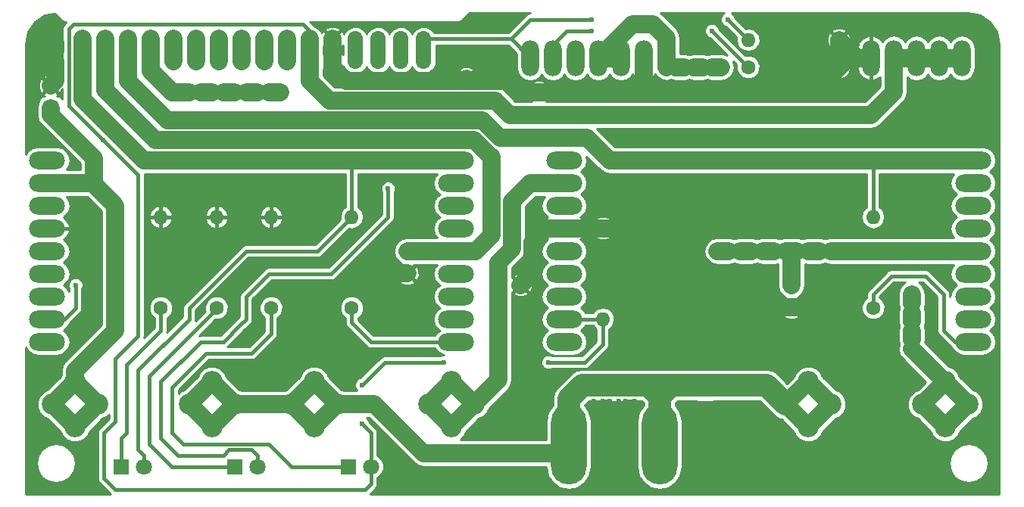
<source format=gbr>
G04 #@! TF.FileFunction,Copper,L2,Bot,Signal*
%FSLAX46Y46*%
G04 Gerber Fmt 4.6, Leading zero omitted, Abs format (unit mm)*
G04 Created by KiCad (PCBNEW 4.0.7-e2-6376~58~ubuntu16.04.1) date Wed Feb  7 17:19:15 2018*
%MOMM*%
%LPD*%
G01*
G04 APERTURE LIST*
%ADD10C,0.050000*%
%ADD11O,4.000000X2.000000*%
%ADD12R,1.600000X1.600000*%
%ADD13C,1.600000*%
%ADD14R,1.800000X1.800000*%
%ADD15C,1.800000*%
%ADD16C,2.350000*%
%ADD17O,4.000000X9.000000*%
%ADD18C,1.700000*%
%ADD19O,1.600000X1.600000*%
%ADD20O,2.000000X4.000000*%
%ADD21C,0.600000*%
%ADD22C,2.000000*%
%ADD23C,0.400000*%
%ADD24C,1.500000*%
%ADD25C,2.500000*%
%ADD26C,1.700000*%
%ADD27C,0.254000*%
G04 APERTURE END LIST*
D10*
D11*
X73025000Y-54610000D03*
X73025000Y-59690000D03*
X73025000Y-69850000D03*
X118745000Y-52070000D03*
X118745000Y-62230000D03*
X118745000Y-72390000D03*
X73025000Y-52070000D03*
X73025000Y-57150000D03*
X73025000Y-64770000D03*
X73025000Y-67310000D03*
X73025000Y-72390000D03*
X118745000Y-54610000D03*
X118745000Y-57150000D03*
X118745000Y-59690000D03*
X118745000Y-64770000D03*
X118745000Y-67310000D03*
X118745000Y-69850000D03*
X73025000Y-62230000D03*
D12*
X119888000Y-45466000D03*
D13*
X119888000Y-42966000D03*
D12*
X73406000Y-46228000D03*
D13*
X73406000Y-43728000D03*
D12*
X123444000Y-66040000D03*
D13*
X125944000Y-66040000D03*
X128016000Y-46990000D03*
X128016000Y-44490000D03*
X156210000Y-66040000D03*
X156210000Y-68540000D03*
X113284000Y-62230000D03*
X113284000Y-64730000D03*
D14*
X106680000Y-86360000D03*
D15*
X109220000Y-86360000D03*
D14*
X81280000Y-86360000D03*
D15*
X83820000Y-86360000D03*
D14*
X93980000Y-86360000D03*
D15*
X96520000Y-86360000D03*
D16*
X115650000Y-79375000D03*
X120730000Y-79375000D03*
X105410000Y-79375000D03*
X100330000Y-79375000D03*
X118190000Y-76835000D03*
X118190000Y-81915000D03*
X102870000Y-76835000D03*
X102870000Y-81915000D03*
X78660000Y-79375000D03*
X73580000Y-79375000D03*
X88900000Y-79375000D03*
X93980000Y-79375000D03*
X76120000Y-81915000D03*
X76120000Y-76835000D03*
X91440000Y-81915000D03*
X91440000Y-76835000D03*
X170895000Y-79375000D03*
X175975000Y-79375000D03*
X160655000Y-79375000D03*
X155575000Y-79375000D03*
X173435000Y-76835000D03*
X173435000Y-81915000D03*
X158115000Y-76835000D03*
X158115000Y-81915000D03*
D17*
X131318000Y-83820000D03*
X136398000Y-83820000D03*
X141478000Y-83820000D03*
X146558000Y-83820000D03*
D18*
X77000000Y-38500000D03*
X77000000Y-41040000D03*
X79540000Y-38500000D03*
X79540000Y-41040000D03*
X82080000Y-38500000D03*
X82080000Y-41040000D03*
X84620000Y-38500000D03*
X84620000Y-41040000D03*
X87160000Y-38500000D03*
X87160000Y-41040000D03*
X89700000Y-38500000D03*
X89700000Y-41040000D03*
X92240000Y-38500000D03*
X92240000Y-41040000D03*
X94780000Y-38500000D03*
X94780000Y-41040000D03*
X97320000Y-38500000D03*
X97320000Y-41040000D03*
X99860000Y-38500000D03*
X99860000Y-41040000D03*
X102400000Y-38500000D03*
X102400000Y-41040000D03*
X104940000Y-38500000D03*
X104940000Y-41040000D03*
X107480000Y-38500000D03*
X107480000Y-41040000D03*
X110020000Y-38500000D03*
X110020000Y-41040000D03*
X112560000Y-38500000D03*
X112560000Y-41040000D03*
X115100000Y-38500000D03*
X115100000Y-41040000D03*
D13*
X135128000Y-59690000D03*
D19*
X135128000Y-69850000D03*
D13*
X165354000Y-68580000D03*
D19*
X165354000Y-58420000D03*
D13*
X151384000Y-41656000D03*
D19*
X161544000Y-41656000D03*
D13*
X107061000Y-68580000D03*
D19*
X107061000Y-58420000D03*
D13*
X161544000Y-38608000D03*
D19*
X151384000Y-38608000D03*
D13*
X98044000Y-68580000D03*
D19*
X98044000Y-58420000D03*
D13*
X85725000Y-68580000D03*
D19*
X85725000Y-58420000D03*
D13*
X91948000Y-68580000D03*
D19*
X91948000Y-58420000D03*
D11*
X130810000Y-54610000D03*
X130810000Y-59690000D03*
X130810000Y-69850000D03*
X176530000Y-52070000D03*
X176530000Y-62230000D03*
X176530000Y-72390000D03*
X130810000Y-52070000D03*
X130810000Y-57150000D03*
X130810000Y-64770000D03*
X130810000Y-67310000D03*
X130810000Y-72390000D03*
X176530000Y-54610000D03*
X176530000Y-57150000D03*
X176530000Y-59690000D03*
X176530000Y-64770000D03*
X176530000Y-67310000D03*
X176530000Y-69850000D03*
X130810000Y-62230000D03*
D20*
X175260000Y-40640000D03*
X172720000Y-40640000D03*
X170180000Y-40640000D03*
X167640000Y-40640000D03*
X165100000Y-40640000D03*
X139700000Y-40640000D03*
X137160000Y-40640000D03*
X134620000Y-40640000D03*
X132080000Y-40640000D03*
X129540000Y-40640000D03*
X127000000Y-40640000D03*
D21*
X76200000Y-66040000D03*
X79248000Y-49784000D03*
X108204000Y-81534000D03*
X108204000Y-77216000D03*
X129032000Y-74676000D03*
X117348000Y-74676000D03*
X114554000Y-87376000D03*
X114554000Y-88392000D03*
X115570000Y-88392000D03*
X115570000Y-87376000D03*
X116586000Y-87376000D03*
X116586000Y-88392000D03*
X117602000Y-88392000D03*
X117602000Y-87376000D03*
X118618000Y-87376000D03*
X118618000Y-88392000D03*
X119634000Y-88392000D03*
X119634000Y-87376000D03*
X131826000Y-89154000D03*
X130810000Y-89154000D03*
X129794000Y-89154000D03*
X128778000Y-89154000D03*
X133858000Y-88646000D03*
X136906000Y-89154000D03*
X135890000Y-89154000D03*
X134874000Y-89154000D03*
X132842000Y-89154000D03*
X140970000Y-89154000D03*
X141986000Y-89154000D03*
X143002000Y-89154000D03*
X144018000Y-89154000D03*
X138938000Y-88646000D03*
X137922000Y-89154000D03*
X139954000Y-89154000D03*
X139192000Y-79756000D03*
X138684000Y-80518000D03*
X134112000Y-80518000D03*
X134112000Y-78994000D03*
X134620000Y-79756000D03*
X133604000Y-79756000D03*
X135128000Y-78994000D03*
X136906000Y-78994000D03*
X135890000Y-78994000D03*
X138684000Y-78994000D03*
X138176000Y-79756000D03*
X137668000Y-78994000D03*
X138684000Y-44450000D03*
X137668000Y-44450000D03*
X136652000Y-44450000D03*
X135636000Y-44450000D03*
X134620000Y-44450000D03*
X133604000Y-44450000D03*
X90170000Y-63500000D03*
X88900000Y-63500000D03*
X88900000Y-62230000D03*
X90170000Y-62230000D03*
X91440000Y-62230000D03*
X91440000Y-63500000D03*
X102108000Y-70104000D03*
X103124000Y-70104000D03*
X104140000Y-70104000D03*
X104140000Y-69088000D03*
X103124000Y-69088000D03*
X102108000Y-69088000D03*
X102108000Y-68072000D03*
X103124000Y-68072000D03*
X104140000Y-68072000D03*
X73914000Y-40894000D03*
X72898000Y-40894000D03*
X71882000Y-40894000D03*
X71882000Y-39878000D03*
X72898000Y-39878000D03*
X73914000Y-39878000D03*
X73914000Y-38862000D03*
X72898000Y-38862000D03*
X71882000Y-38862000D03*
X148336000Y-55118000D03*
X148336000Y-56134000D03*
X148336000Y-57150000D03*
X151384000Y-55118000D03*
X148336000Y-58166000D03*
X149352000Y-58166000D03*
X149352000Y-57150000D03*
X149352000Y-56134000D03*
X149352000Y-55118000D03*
X150368000Y-55118000D03*
X150368000Y-56134000D03*
X150368000Y-57150000D03*
X150368000Y-58166000D03*
X151384000Y-58166000D03*
X151384000Y-57150000D03*
X151384000Y-56134000D03*
X145796000Y-44450000D03*
X144780000Y-44450000D03*
X143764000Y-44450000D03*
X142748000Y-44450000D03*
X141732000Y-44450000D03*
X140716000Y-44450000D03*
X139700000Y-44450000D03*
X88900000Y-60960000D03*
X91440000Y-60960000D03*
X90170000Y-60960000D03*
X78740000Y-66040000D03*
X77470000Y-66040000D03*
X77470000Y-64770000D03*
X78740000Y-64770000D03*
X78740000Y-63500000D03*
X77470000Y-63500000D03*
X77470000Y-62230000D03*
X78740000Y-62230000D03*
X78740000Y-60960000D03*
X77470000Y-60960000D03*
X77470000Y-59690000D03*
X78740000Y-59690000D03*
X95250000Y-44450000D03*
X96520000Y-44450000D03*
X97790000Y-44450000D03*
X99060000Y-44450000D03*
X88900000Y-44450000D03*
X93980000Y-44450000D03*
X92710000Y-44450000D03*
X91440000Y-44450000D03*
X90170000Y-44450000D03*
X155575000Y-62230000D03*
X154305000Y-62230000D03*
X153035000Y-62230000D03*
X151765000Y-62230000D03*
X150495000Y-62230000D03*
X149225000Y-62230000D03*
X147955000Y-62230000D03*
X160655000Y-62230000D03*
X156845000Y-62230000D03*
X158115000Y-62230000D03*
X159385000Y-62230000D03*
X111125000Y-47625000D03*
X111125000Y-55245000D03*
X149098000Y-36322000D03*
X133858000Y-36322000D03*
X133858000Y-37592000D03*
X147320000Y-37592000D03*
X169672000Y-67056000D03*
X148336000Y-41656000D03*
X147320000Y-41656000D03*
X146304000Y-41656000D03*
X145288000Y-41656000D03*
X144272000Y-41656000D03*
X143256000Y-41656000D03*
X142240000Y-41656000D03*
X169672000Y-73152000D03*
X169672000Y-72136000D03*
X169672000Y-71120000D03*
X169672000Y-70104000D03*
X169672000Y-69088000D03*
X169672000Y-68072000D03*
D22*
X128016000Y-46990000D02*
X124714000Y-46990000D01*
X123107996Y-45383996D02*
X124714000Y-46990000D01*
X123107996Y-45383996D02*
X120904000Y-45383996D01*
X128016000Y-46990000D02*
X130302000Y-46990000D01*
X130302000Y-46990000D02*
X165100000Y-46990000D01*
X165100000Y-46990000D02*
X167640000Y-44450000D01*
X167640000Y-44450000D02*
X167640000Y-40640000D01*
X114808000Y-45380002D02*
X120904000Y-45380002D01*
X120904000Y-45380002D02*
X120904000Y-45383996D01*
X108712000Y-45380002D02*
X114808000Y-45380002D01*
X119888000Y-45383996D02*
X120904000Y-45383996D01*
D23*
X76200000Y-66040000D02*
X76200000Y-68580000D01*
X74930000Y-69850000D02*
X76200000Y-68580000D01*
X78105000Y-48641000D02*
X79248000Y-49784000D01*
X75438000Y-40386000D02*
X75438000Y-45974000D01*
X83820000Y-36830000D02*
X75946000Y-36830000D01*
X102400000Y-38500000D02*
X102400000Y-37630000D01*
X101600000Y-36830000D02*
X83820000Y-36830000D01*
X102400000Y-37630000D02*
X101600000Y-36830000D01*
X75438000Y-37338000D02*
X75438000Y-40386000D01*
X75946000Y-36830000D02*
X75438000Y-37338000D01*
X75438000Y-45974000D02*
X78105000Y-48641000D01*
X79248000Y-49784000D02*
X83185000Y-53721000D01*
X108585000Y-88900000D02*
X80645000Y-88900000D01*
X79375000Y-83185000D02*
X79375000Y-82550000D01*
X109220000Y-88265000D02*
X108585000Y-88900000D01*
X109220000Y-86360000D02*
X109220000Y-88265000D01*
X79375000Y-82550000D02*
X80645000Y-81280000D01*
X80645000Y-81280000D02*
X80645000Y-77470000D01*
X79375000Y-87630000D02*
X79375000Y-83185000D01*
X80645000Y-88900000D02*
X79375000Y-87630000D01*
X80645000Y-77470000D02*
X80645000Y-75565000D01*
X83185000Y-71755000D02*
X83185000Y-55880000D01*
X80645000Y-74295000D02*
X83185000Y-71755000D01*
X80645000Y-75565000D02*
X80645000Y-74295000D01*
X83185000Y-53721000D02*
X83185000Y-55880000D01*
X113538000Y-74676000D02*
X110744000Y-74676000D01*
X109220000Y-82550000D02*
X108204000Y-81534000D01*
X109220000Y-86360000D02*
X109220000Y-82550000D01*
X135128000Y-72644000D02*
X133096000Y-74676000D01*
X133096000Y-74676000D02*
X129032000Y-74676000D01*
X117348000Y-74676000D02*
X113538000Y-74676000D01*
X135128000Y-72644000D02*
X135128000Y-69850000D01*
X110744000Y-74676000D02*
X108204000Y-77216000D01*
X130810000Y-69850000D02*
X135128000Y-69850000D01*
X74930000Y-69850000D02*
X73025000Y-69850000D01*
D22*
X172720000Y-40640000D02*
X175260000Y-40640000D01*
X170180000Y-40640000D02*
X172720000Y-40640000D01*
X167640000Y-40640000D02*
X170180000Y-40640000D01*
X102400000Y-43218000D02*
X104562002Y-45380002D01*
X102400000Y-41040000D02*
X102400000Y-43218000D01*
X104562002Y-45380002D02*
X108712000Y-45380002D01*
X108712000Y-45380002D02*
X108966000Y-45380002D01*
X108966000Y-45380002D02*
X108969994Y-45383996D01*
X102400000Y-38500000D02*
X102400000Y-41040000D01*
X114554000Y-87376000D02*
X114554000Y-88392000D01*
X115570000Y-88392000D02*
X115570000Y-87376000D01*
X116586000Y-87376000D02*
X116586000Y-88392000D01*
X117602000Y-88392000D02*
X117602000Y-87376000D01*
X118618000Y-87376000D02*
X118618000Y-88392000D01*
X119634000Y-88392000D02*
X119634000Y-87376000D01*
D23*
X131826000Y-89154000D02*
X130810000Y-89154000D01*
X129794000Y-89154000D02*
X128778000Y-89154000D01*
X133858000Y-88646000D02*
X133350000Y-89154000D01*
X133350000Y-89154000D02*
X132842000Y-89154000D01*
X140970000Y-89154000D02*
X141986000Y-89154000D01*
X143002000Y-89154000D02*
X144018000Y-89154000D01*
X138430000Y-88646000D02*
X138938000Y-88646000D01*
X136906000Y-89154000D02*
X137922000Y-89154000D01*
X137922000Y-89154000D02*
X138430000Y-88646000D01*
X136398000Y-83820000D02*
X136906000Y-84328000D01*
X136906000Y-84328000D02*
X136906000Y-89154000D01*
X138684000Y-80518000D02*
X138176000Y-80518000D01*
X138176000Y-80518000D02*
X138684000Y-80518000D01*
X138684000Y-80518000D02*
X138176000Y-80518000D01*
X133604000Y-79756000D02*
X134112000Y-80264000D01*
X134112000Y-80264000D02*
X134112000Y-80518000D01*
X135128000Y-78994000D02*
X135890000Y-78994000D01*
X134112000Y-79248000D02*
X134112000Y-78994000D01*
X133604000Y-79756000D02*
X134112000Y-79248000D01*
X137668000Y-78994000D02*
X138684000Y-78994000D01*
X136398000Y-83820000D02*
X134620000Y-82042000D01*
X134620000Y-82042000D02*
X134620000Y-79756000D01*
X136398000Y-83820000D02*
X138176000Y-82042000D01*
X138176000Y-82042000D02*
X138176000Y-79756000D01*
D22*
X128016000Y-44490000D02*
X128056000Y-44450000D01*
X128056000Y-44450000D02*
X131318000Y-44450000D01*
X137668000Y-44450000D02*
X136652000Y-44450000D01*
X135636000Y-44450000D02*
X134620000Y-44450000D01*
X133604000Y-44450000D02*
X131318000Y-44450000D01*
X125984000Y-44450000D02*
X126024000Y-44490000D01*
X124714000Y-43180000D02*
X125984000Y-44450000D01*
X120102000Y-43180000D02*
X124714000Y-43180000D01*
X126024000Y-44490000D02*
X128016000Y-44490000D01*
X139954000Y-59690000D02*
X148804000Y-68540000D01*
X148804000Y-68540000D02*
X156210000Y-68540000D01*
X165608000Y-77724000D02*
X165608000Y-75692000D01*
X165608000Y-75692000D02*
X158456000Y-68540000D01*
X158456000Y-68540000D02*
X156210000Y-68540000D01*
X148336000Y-85598000D02*
X162306000Y-85598000D01*
X165608000Y-82296000D02*
X165608000Y-77724000D01*
X162306000Y-85598000D02*
X165608000Y-82296000D01*
X146558000Y-83820000D02*
X148336000Y-85598000D01*
X113284000Y-64730000D02*
X107482000Y-64730000D01*
X107482000Y-64730000D02*
X104140000Y-68072000D01*
D23*
X88900000Y-63500000D02*
X90170000Y-63500000D01*
X90170000Y-62230000D02*
X88900000Y-62230000D01*
X91440000Y-60960000D02*
X91440000Y-62230000D01*
D22*
X104140000Y-70104000D02*
X103124000Y-70104000D01*
X103124000Y-69088000D02*
X104140000Y-69088000D01*
X102108000Y-68072000D02*
X102108000Y-69088000D01*
X104140000Y-68072000D02*
X103124000Y-68072000D01*
X119888000Y-42966000D02*
X119674000Y-43180000D01*
X119674000Y-43180000D02*
X108712000Y-43180000D01*
X106426000Y-43180000D02*
X108712000Y-43180000D01*
X106426000Y-43180000D02*
X104940000Y-41694000D01*
X120102000Y-43180000D02*
X119888000Y-42966000D01*
X73406000Y-43728000D02*
X73914000Y-43220000D01*
X73914000Y-43220000D02*
X73914000Y-40894000D01*
X72898000Y-40894000D02*
X71882000Y-40894000D01*
X71882000Y-39878000D02*
X72898000Y-39878000D01*
X73914000Y-39878000D02*
X73914000Y-38862000D01*
X72898000Y-38862000D02*
X71882000Y-38862000D01*
X135128000Y-59690000D02*
X139954000Y-59690000D01*
X142494000Y-57150000D02*
X148336000Y-57150000D01*
X139954000Y-59690000D02*
X142494000Y-57150000D01*
X148336000Y-55118000D02*
X148336000Y-56134000D01*
X148336000Y-57150000D02*
X148336000Y-58166000D01*
X149352000Y-58166000D02*
X149352000Y-57150000D01*
X149352000Y-56134000D02*
X149352000Y-55118000D01*
X150368000Y-55118000D02*
X150368000Y-56134000D01*
X150368000Y-57150000D02*
X150368000Y-58166000D01*
X151384000Y-58166000D02*
X151384000Y-57150000D01*
X151384000Y-56134000D02*
X151384000Y-55118000D01*
X139700000Y-40640000D02*
X139700000Y-43434000D01*
X139700000Y-43434000D02*
X140716000Y-44450000D01*
X139700000Y-43434000D02*
X138684000Y-44450000D01*
X139700000Y-44450000D02*
X138684000Y-44450000D01*
X139700000Y-40640000D02*
X139700000Y-44450000D01*
X144780000Y-44450000D02*
X145796000Y-44450000D01*
X142748000Y-44450000D02*
X143764000Y-44450000D01*
X140716000Y-44450000D02*
X141732000Y-44450000D01*
X141478000Y-44450000D02*
X147066000Y-44450000D01*
X125944000Y-66040000D02*
X127254000Y-64730000D01*
X128778000Y-59690000D02*
X130810000Y-59690000D01*
X127254000Y-61214000D02*
X128778000Y-59690000D01*
X127254000Y-64730000D02*
X127254000Y-61214000D01*
X130810000Y-59690000D02*
X135128000Y-59690000D01*
X165100000Y-40640000D02*
X163576000Y-40640000D01*
X163576000Y-40640000D02*
X161544000Y-38608000D01*
X165100000Y-40640000D02*
X162560000Y-40640000D01*
X162560000Y-40640000D02*
X161544000Y-41656000D01*
X161544000Y-38608000D02*
X161544000Y-41656000D01*
X147066000Y-44450000D02*
X158750000Y-44450000D01*
X141224000Y-44450000D02*
X141478000Y-44450000D01*
X158750000Y-44450000D02*
X161544000Y-41656000D01*
D24*
X144780000Y-79756000D02*
X148590000Y-79756000D01*
X144780000Y-79756000D02*
X144780000Y-88138000D01*
X148590000Y-88138000D02*
X148590000Y-79756000D01*
X146558000Y-81788000D02*
X148590000Y-79756000D01*
X144780000Y-88138000D02*
X148590000Y-88138000D01*
X146558000Y-83820000D02*
X146558000Y-81788000D01*
X134620000Y-79756000D02*
X138176000Y-79756000D01*
X134620000Y-88138000D02*
X138176000Y-88138000D01*
X138176000Y-88138000D02*
X138176000Y-80518000D01*
X138176000Y-80518000D02*
X138176000Y-79756000D01*
X136398000Y-81534000D02*
X138176000Y-79756000D01*
X134620000Y-79756000D02*
X134620000Y-88138000D01*
X136398000Y-83820000D02*
X136398000Y-81534000D01*
D23*
X91948000Y-58420000D02*
X91948000Y-60452000D01*
X91948000Y-60452000D02*
X91440000Y-60960000D01*
X91948000Y-58420000D02*
X98044000Y-58420000D01*
X85725000Y-58420000D02*
X91948000Y-58420000D01*
X88900000Y-60960000D02*
X90170000Y-60960000D01*
X73025000Y-59690000D02*
X78740000Y-59690000D01*
X77470000Y-64770000D02*
X77470000Y-66040000D01*
X78740000Y-63500000D02*
X78740000Y-64770000D01*
X77470000Y-62230000D02*
X77470000Y-63500000D01*
X78740000Y-60960000D02*
X78740000Y-62230000D01*
X77470000Y-59690000D02*
X77470000Y-60960000D01*
D22*
X139700000Y-42926000D02*
X139700000Y-40640000D01*
X104940000Y-41040000D02*
X104940000Y-41694000D01*
X104940000Y-38500000D02*
X104940000Y-41040000D01*
X73406000Y-46228000D02*
X73406000Y-46990000D01*
X73406000Y-46990000D02*
X78232000Y-51816000D01*
X78232000Y-51816000D02*
X78232000Y-54737000D01*
X80645000Y-57150000D02*
X80645000Y-71120000D01*
X80645000Y-57150000D02*
X78232000Y-54737000D01*
X78232000Y-54737000D02*
X78105000Y-54610000D01*
X73025000Y-54610000D02*
X78105000Y-54610000D01*
X76120000Y-75645000D02*
X76120000Y-76835000D01*
X80645000Y-71120000D02*
X76120000Y-75645000D01*
X76120000Y-81915000D02*
X73580000Y-79375000D01*
X78660000Y-79375000D02*
X76120000Y-81915000D01*
X76120000Y-76835000D02*
X78660000Y-79375000D01*
X73580000Y-79375000D02*
X76120000Y-76835000D01*
X123444000Y-66040000D02*
X123444000Y-63500000D01*
X125476000Y-56134000D02*
X127000000Y-54610000D01*
X127000000Y-54610000D02*
X130810000Y-54610000D01*
X124968000Y-56642000D02*
X125476000Y-56134000D01*
X124968000Y-61976000D02*
X124968000Y-56642000D01*
X123444000Y-63500000D02*
X124968000Y-61976000D01*
X120730000Y-79375000D02*
X123444000Y-76661000D01*
X123444000Y-76661000D02*
X123444000Y-66040000D01*
X118190000Y-81915000D02*
X115650000Y-79375000D01*
X120730000Y-79375000D02*
X118190000Y-81915000D01*
X118190000Y-76835000D02*
X120730000Y-79375000D01*
X115650000Y-79375000D02*
X118190000Y-76835000D01*
X95250000Y-44450000D02*
X96520000Y-44450000D01*
X97790000Y-44450000D02*
X99060000Y-44450000D01*
X86995000Y-44450000D02*
X88900000Y-44450000D01*
X84620000Y-41040000D02*
X84620000Y-42075000D01*
X84620000Y-42075000D02*
X86360000Y-43815000D01*
X86360000Y-43815000D02*
X86995000Y-44450000D01*
X92710000Y-44450000D02*
X93980000Y-44450000D01*
X90170000Y-44450000D02*
X91440000Y-44450000D01*
X155575000Y-62230000D02*
X156845000Y-62230000D01*
X154305000Y-62230000D02*
X153035000Y-62230000D01*
X151765000Y-62230000D02*
X150495000Y-62230000D01*
X149225000Y-62230000D02*
X147955000Y-62230000D01*
X156210000Y-66040000D02*
X156210000Y-62230000D01*
X156210000Y-62230000D02*
X156845000Y-62230000D01*
X160655000Y-62230000D02*
X176530000Y-62230000D01*
X159385000Y-62230000D02*
X158115000Y-62230000D01*
X84620000Y-38500000D02*
X84620000Y-41040000D01*
X118745000Y-62230000D02*
X113284000Y-62230000D01*
X116268728Y-49784000D02*
X85090000Y-49784000D01*
X122555000Y-51562000D02*
X122682000Y-51689000D01*
X119126000Y-49784000D02*
X120777000Y-49784000D01*
X122555000Y-51562000D02*
X120777000Y-49784000D01*
X118745000Y-62230000D02*
X120904000Y-62230000D01*
X122682000Y-60452000D02*
X120904000Y-62230000D01*
X122682000Y-51689000D02*
X122682000Y-60452000D01*
X119126000Y-49784000D02*
X116268728Y-49784000D01*
X79540000Y-44234000D02*
X79540000Y-41040000D01*
X85090000Y-49784000D02*
X79540000Y-44234000D01*
X79540000Y-38500000D02*
X79540000Y-41040000D01*
D23*
X86995000Y-77470000D02*
X90170000Y-74295000D01*
X86995000Y-82550000D02*
X86995000Y-77470000D01*
X106680000Y-86360000D02*
X100330000Y-86360000D01*
X97790000Y-83820000D02*
X88265000Y-83820000D01*
X100330000Y-86360000D02*
X97790000Y-83820000D01*
X88265000Y-83820000D02*
X86995000Y-82550000D01*
X98044000Y-71501000D02*
X98044000Y-68580000D01*
X95885000Y-73660000D02*
X98044000Y-71501000D01*
X90805000Y-73660000D02*
X95885000Y-73660000D01*
X90170000Y-74295000D02*
X90805000Y-73660000D01*
X81915000Y-75565000D02*
X81915000Y-74930000D01*
X81915000Y-77470000D02*
X81915000Y-78740000D01*
X81280000Y-83185000D02*
X81915000Y-82550000D01*
X81915000Y-82550000D02*
X81915000Y-78740000D01*
X81280000Y-86360000D02*
X81280000Y-83185000D01*
X81915000Y-77470000D02*
X81915000Y-75565000D01*
X85725000Y-71120000D02*
X85725000Y-68580000D01*
X81915000Y-74930000D02*
X85725000Y-71120000D01*
X88900000Y-68580000D02*
X95250000Y-62230000D01*
X83185000Y-75565000D02*
X88900000Y-69850000D01*
X88900000Y-69850000D02*
X88900000Y-68580000D01*
X83820000Y-86360000D02*
X83820000Y-85090000D01*
X83185000Y-84455000D02*
X83185000Y-77470000D01*
X83820000Y-85090000D02*
X83185000Y-84455000D01*
X83185000Y-77470000D02*
X83185000Y-75565000D01*
X103251000Y-62230000D02*
X107061000Y-58420000D01*
X95250000Y-62230000D02*
X103251000Y-62230000D01*
X107061000Y-58420000D02*
X107061000Y-52070000D01*
X107061000Y-52070000D02*
X106680000Y-52070000D01*
D22*
X118745000Y-52070000D02*
X106680000Y-52070000D01*
X106680000Y-52070000D02*
X83820000Y-52070000D01*
X77000000Y-45250000D02*
X77000000Y-41040000D01*
X83820000Y-52070000D02*
X77000000Y-45250000D01*
X118745000Y-52070000D02*
X117094000Y-52070000D01*
X77000000Y-38500000D02*
X77000000Y-41040000D01*
D23*
X84455000Y-77470000D02*
X84455000Y-76200000D01*
X86995000Y-86360000D02*
X84455000Y-83820000D01*
X93980000Y-86360000D02*
X86995000Y-86360000D01*
X84455000Y-83820000D02*
X84455000Y-77470000D01*
X84455000Y-76200000D02*
X91948000Y-68707000D01*
X91948000Y-68707000D02*
X91948000Y-68580000D01*
X94615000Y-70485000D02*
X95250000Y-69850000D01*
X85725000Y-76835000D02*
X90170000Y-72390000D01*
X90170000Y-72390000D02*
X92710000Y-72390000D01*
X92710000Y-72390000D02*
X94615000Y-70485000D01*
X85725000Y-83185000D02*
X85725000Y-77470000D01*
X96520000Y-86360000D02*
X96520000Y-85090000D01*
X92710000Y-85090000D02*
X87630000Y-85090000D01*
X93345000Y-84455000D02*
X92710000Y-85090000D01*
X95885000Y-84455000D02*
X93345000Y-84455000D01*
X96520000Y-85090000D02*
X95885000Y-84455000D01*
X87630000Y-85090000D02*
X85725000Y-83185000D01*
X85725000Y-77470000D02*
X85725000Y-76835000D01*
X111125000Y-58420000D02*
X111125000Y-55245000D01*
X104775000Y-64770000D02*
X111125000Y-58420000D01*
X97790000Y-64770000D02*
X104775000Y-64770000D01*
X95250000Y-67310000D02*
X97790000Y-64770000D01*
X95250000Y-69850000D02*
X95250000Y-67310000D01*
X111125000Y-47625000D02*
X111125000Y-47583998D01*
X111125000Y-47583998D02*
X111125000Y-47625000D01*
X111125000Y-47625000D02*
X111125000Y-47583998D01*
X165354000Y-58420000D02*
X165354000Y-52070000D01*
X165354000Y-52070000D02*
X165100000Y-52070000D01*
D22*
X115357458Y-47583998D02*
X111125000Y-47583998D01*
X111125000Y-47583998D02*
X86445998Y-47583998D01*
X120142000Y-47583998D02*
X115357458Y-47583998D01*
X123634272Y-49530000D02*
X121688270Y-47583998D01*
X121688270Y-47583998D02*
X120142000Y-47583998D01*
X125476000Y-49530000D02*
X124460000Y-49530000D01*
X133350000Y-49530000D02*
X135890000Y-52070000D01*
X176530000Y-52070000D02*
X165100000Y-52070000D01*
X165100000Y-52070000D02*
X135890000Y-52070000D01*
X132080000Y-49530000D02*
X133350000Y-49530000D01*
X132080000Y-49530000D02*
X125476000Y-49530000D01*
X124460000Y-49530000D02*
X123634272Y-49530000D01*
X82080000Y-43218000D02*
X82080000Y-41040000D01*
X86445998Y-47583998D02*
X82080000Y-43218000D01*
X82080000Y-38500000D02*
X82080000Y-41040000D01*
X105410000Y-79375000D02*
X109601000Y-79375000D01*
X115062000Y-84836000D02*
X130302000Y-84836000D01*
X109601000Y-79375000D02*
X115062000Y-84836000D01*
X130302000Y-84836000D02*
X131318000Y-83820000D01*
D25*
X140208000Y-77216000D02*
X142748000Y-77216000D01*
X141478000Y-78486000D02*
X142748000Y-77216000D01*
X153416000Y-77216000D02*
X155575000Y-79375000D01*
X142748000Y-77216000D02*
X153416000Y-77216000D01*
X141478000Y-83820000D02*
X141478000Y-78486000D01*
X131318000Y-78740000D02*
X131318000Y-83820000D01*
X132842000Y-77216000D02*
X131318000Y-78740000D01*
X140208000Y-77216000D02*
X132842000Y-77216000D01*
X141478000Y-78486000D02*
X140208000Y-77216000D01*
D22*
X100330000Y-79375000D02*
X93980000Y-79375000D01*
X102870000Y-81915000D02*
X100330000Y-79375000D01*
X105410000Y-79375000D02*
X102870000Y-81915000D01*
X102870000Y-76835000D02*
X105410000Y-79375000D01*
X100330000Y-79375000D02*
X102870000Y-76835000D01*
X88900000Y-79375000D02*
X91440000Y-76835000D01*
X91440000Y-81915000D02*
X88900000Y-79375000D01*
X93980000Y-79375000D02*
X91440000Y-81915000D01*
X91440000Y-76835000D02*
X93980000Y-79375000D01*
X158115000Y-81915000D02*
X160655000Y-79375000D01*
X155575000Y-79375000D02*
X158115000Y-81915000D01*
X155575000Y-79375000D02*
X158115000Y-76835000D01*
X158115000Y-76835000D02*
X160655000Y-79375000D01*
X87160000Y-38500000D02*
X87160000Y-41040000D01*
X89700000Y-38500000D02*
X89700000Y-41040000D01*
D26*
X107480000Y-38500000D02*
X107480000Y-41040000D01*
X110020000Y-38500000D02*
X110020000Y-41040000D01*
D23*
X124860000Y-38500000D02*
X127038000Y-36322000D01*
X149098000Y-36322000D02*
X151384000Y-38608000D01*
X127038000Y-36322000D02*
X133858000Y-36322000D01*
D26*
X115100000Y-38500000D02*
X115100000Y-41040000D01*
D23*
X115100000Y-38500000D02*
X124860000Y-38500000D01*
X124860000Y-38500000D02*
X127000000Y-40640000D01*
X176530000Y-72390000D02*
X174498000Y-72390000D01*
X165354000Y-67056000D02*
X165354000Y-68580000D01*
X167386000Y-65024000D02*
X165354000Y-67056000D01*
X171196000Y-65024000D02*
X167386000Y-65024000D01*
X173228000Y-67056000D02*
X171196000Y-65024000D01*
X173228000Y-71120000D02*
X173228000Y-67056000D01*
X174498000Y-72390000D02*
X173228000Y-71120000D01*
X151384000Y-41656000D02*
X147320000Y-37592000D01*
X131064000Y-37592000D02*
X129540000Y-39116000D01*
X131064000Y-37592000D02*
X133858000Y-37592000D01*
X129540000Y-40640000D02*
X129540000Y-39116000D01*
X107061000Y-68580000D02*
X107061000Y-70231000D01*
X109220000Y-72390000D02*
X118745000Y-72390000D01*
X107061000Y-70231000D02*
X109220000Y-72390000D01*
D22*
X138430000Y-36830000D02*
X140716000Y-36830000D01*
X135890000Y-39370000D02*
X138430000Y-36830000D01*
X135890000Y-40640000D02*
X135890000Y-39370000D01*
X147320000Y-41656000D02*
X148336000Y-41656000D01*
X145288000Y-41656000D02*
X146304000Y-41656000D01*
X143256000Y-41656000D02*
X144272000Y-41656000D01*
X142240000Y-38354000D02*
X142240000Y-41656000D01*
X140716000Y-36830000D02*
X142240000Y-38354000D01*
X169672000Y-73152000D02*
X173355000Y-76835000D01*
X169672000Y-71120000D02*
X169672000Y-72136000D01*
X169672000Y-69088000D02*
X169672000Y-70104000D01*
X169672000Y-67056000D02*
X169672000Y-68072000D01*
X173355000Y-76835000D02*
X173435000Y-76835000D01*
X170895000Y-79375000D02*
X173435000Y-81915000D01*
X173435000Y-81915000D02*
X175975000Y-79375000D01*
X173435000Y-76835000D02*
X175975000Y-79375000D01*
X170895000Y-79375000D02*
X173435000Y-76835000D01*
X137160000Y-40640000D02*
X135890000Y-40640000D01*
X135890000Y-40640000D02*
X134620000Y-40640000D01*
X92240000Y-38500000D02*
X92240000Y-41040000D01*
X94780000Y-38500000D02*
X94780000Y-41040000D01*
X97320000Y-38500000D02*
X97320000Y-41040000D01*
X99860000Y-38500000D02*
X99860000Y-41040000D01*
D26*
X112560000Y-38500000D02*
X112560000Y-41040000D01*
D27*
G36*
X79118000Y-57782504D02*
X79118000Y-70487496D01*
X75040248Y-74565248D01*
X74709236Y-75060642D01*
X74593000Y-75645000D01*
X74593000Y-76074233D01*
X74501921Y-76293575D01*
X73038192Y-77757304D01*
X72617154Y-77931273D01*
X72137956Y-78409636D01*
X71878296Y-79034966D01*
X71877705Y-79712063D01*
X72136273Y-80337846D01*
X72614636Y-80817044D01*
X73038575Y-80993079D01*
X74502304Y-82456808D01*
X74676273Y-82877846D01*
X75154636Y-83357044D01*
X75779966Y-83616704D01*
X76457063Y-83617295D01*
X77082846Y-83358727D01*
X77562044Y-82880364D01*
X77738079Y-82456425D01*
X79201808Y-80992696D01*
X79622846Y-80818727D01*
X79918000Y-80524087D01*
X79918000Y-80978867D01*
X78860933Y-82035933D01*
X78703340Y-82271789D01*
X78703340Y-82271790D01*
X78647999Y-82550000D01*
X78648000Y-82550005D01*
X78648000Y-87629995D01*
X78647999Y-87630000D01*
X78681283Y-87797324D01*
X78703340Y-87908211D01*
X78755844Y-87986789D01*
X78860933Y-88144067D01*
X80114867Y-89398000D01*
X70602000Y-89398000D01*
X70602000Y-86000000D01*
X71798000Y-86000000D01*
X71965617Y-86842669D01*
X72442951Y-87557049D01*
X73157331Y-88034383D01*
X74000000Y-88202000D01*
X74842669Y-88034383D01*
X75557049Y-87557049D01*
X76034383Y-86842669D01*
X76202000Y-86000000D01*
X76034383Y-85157331D01*
X75557049Y-84442951D01*
X74842669Y-83965617D01*
X74000000Y-83798000D01*
X73157331Y-83965617D01*
X72442951Y-84442951D01*
X71965617Y-85157331D01*
X71798000Y-86000000D01*
X70602000Y-86000000D01*
X70602000Y-73030138D01*
X70895741Y-73469752D01*
X71391135Y-73800764D01*
X71975493Y-73917000D01*
X74074507Y-73917000D01*
X74658865Y-73800764D01*
X75154259Y-73469752D01*
X75485271Y-72974358D01*
X75601507Y-72390000D01*
X75485271Y-71805642D01*
X75154259Y-71310248D01*
X74869533Y-71120000D01*
X75154259Y-70929752D01*
X75485271Y-70434358D01*
X75512956Y-70295178D01*
X76714064Y-69094069D01*
X76714067Y-69094067D01*
X76871660Y-68858211D01*
X76927000Y-68580000D01*
X76927000Y-66445703D01*
X77026856Y-66205222D01*
X77027143Y-65876221D01*
X76901505Y-65572154D01*
X76669070Y-65339312D01*
X76365222Y-65213144D01*
X76036221Y-65212857D01*
X75732154Y-65338495D01*
X75499312Y-65570930D01*
X75373144Y-65874778D01*
X75372857Y-66203779D01*
X75473000Y-66446143D01*
X75473000Y-66707277D01*
X75154259Y-66230248D01*
X74869533Y-66040000D01*
X75154259Y-65849752D01*
X75485271Y-65354358D01*
X75601507Y-64770000D01*
X75485271Y-64185642D01*
X75154259Y-63690248D01*
X74869533Y-63500000D01*
X75154259Y-63309752D01*
X75485271Y-62814358D01*
X75601507Y-62230000D01*
X75485271Y-61645642D01*
X75154259Y-61150248D01*
X74848423Y-60945895D01*
X75156371Y-60718133D01*
X75463700Y-60206914D01*
X75520056Y-60000704D01*
X75418339Y-59763000D01*
X73098000Y-59763000D01*
X73098000Y-59783000D01*
X72952000Y-59783000D01*
X72952000Y-59763000D01*
X72932000Y-59763000D01*
X72932000Y-59617000D01*
X72952000Y-59617000D01*
X72952000Y-59597000D01*
X73098000Y-59597000D01*
X73098000Y-59617000D01*
X75418339Y-59617000D01*
X75520056Y-59379296D01*
X75463700Y-59173086D01*
X75156371Y-58661867D01*
X74848423Y-58434105D01*
X75154259Y-58229752D01*
X75485271Y-57734358D01*
X75601507Y-57150000D01*
X75485271Y-56565642D01*
X75198861Y-56137000D01*
X77472496Y-56137000D01*
X79118000Y-57782504D01*
X79118000Y-57782504D01*
G37*
X79118000Y-57782504D02*
X79118000Y-70487496D01*
X75040248Y-74565248D01*
X74709236Y-75060642D01*
X74593000Y-75645000D01*
X74593000Y-76074233D01*
X74501921Y-76293575D01*
X73038192Y-77757304D01*
X72617154Y-77931273D01*
X72137956Y-78409636D01*
X71878296Y-79034966D01*
X71877705Y-79712063D01*
X72136273Y-80337846D01*
X72614636Y-80817044D01*
X73038575Y-80993079D01*
X74502304Y-82456808D01*
X74676273Y-82877846D01*
X75154636Y-83357044D01*
X75779966Y-83616704D01*
X76457063Y-83617295D01*
X77082846Y-83358727D01*
X77562044Y-82880364D01*
X77738079Y-82456425D01*
X79201808Y-80992696D01*
X79622846Y-80818727D01*
X79918000Y-80524087D01*
X79918000Y-80978867D01*
X78860933Y-82035933D01*
X78703340Y-82271789D01*
X78703340Y-82271790D01*
X78647999Y-82550000D01*
X78648000Y-82550005D01*
X78648000Y-87629995D01*
X78647999Y-87630000D01*
X78681283Y-87797324D01*
X78703340Y-87908211D01*
X78755844Y-87986789D01*
X78860933Y-88144067D01*
X80114867Y-89398000D01*
X70602000Y-89398000D01*
X70602000Y-86000000D01*
X71798000Y-86000000D01*
X71965617Y-86842669D01*
X72442951Y-87557049D01*
X73157331Y-88034383D01*
X74000000Y-88202000D01*
X74842669Y-88034383D01*
X75557049Y-87557049D01*
X76034383Y-86842669D01*
X76202000Y-86000000D01*
X76034383Y-85157331D01*
X75557049Y-84442951D01*
X74842669Y-83965617D01*
X74000000Y-83798000D01*
X73157331Y-83965617D01*
X72442951Y-84442951D01*
X71965617Y-85157331D01*
X71798000Y-86000000D01*
X70602000Y-86000000D01*
X70602000Y-73030138D01*
X70895741Y-73469752D01*
X71391135Y-73800764D01*
X71975493Y-73917000D01*
X74074507Y-73917000D01*
X74658865Y-73800764D01*
X75154259Y-73469752D01*
X75485271Y-72974358D01*
X75601507Y-72390000D01*
X75485271Y-71805642D01*
X75154259Y-71310248D01*
X74869533Y-71120000D01*
X75154259Y-70929752D01*
X75485271Y-70434358D01*
X75512956Y-70295178D01*
X76714064Y-69094069D01*
X76714067Y-69094067D01*
X76871660Y-68858211D01*
X76927000Y-68580000D01*
X76927000Y-66445703D01*
X77026856Y-66205222D01*
X77027143Y-65876221D01*
X76901505Y-65572154D01*
X76669070Y-65339312D01*
X76365222Y-65213144D01*
X76036221Y-65212857D01*
X75732154Y-65338495D01*
X75499312Y-65570930D01*
X75373144Y-65874778D01*
X75372857Y-66203779D01*
X75473000Y-66446143D01*
X75473000Y-66707277D01*
X75154259Y-66230248D01*
X74869533Y-66040000D01*
X75154259Y-65849752D01*
X75485271Y-65354358D01*
X75601507Y-64770000D01*
X75485271Y-64185642D01*
X75154259Y-63690248D01*
X74869533Y-63500000D01*
X75154259Y-63309752D01*
X75485271Y-62814358D01*
X75601507Y-62230000D01*
X75485271Y-61645642D01*
X75154259Y-61150248D01*
X74848423Y-60945895D01*
X75156371Y-60718133D01*
X75463700Y-60206914D01*
X75520056Y-60000704D01*
X75418339Y-59763000D01*
X73098000Y-59763000D01*
X73098000Y-59783000D01*
X72952000Y-59783000D01*
X72952000Y-59763000D01*
X72932000Y-59763000D01*
X72932000Y-59617000D01*
X72952000Y-59617000D01*
X72952000Y-59597000D01*
X73098000Y-59597000D01*
X73098000Y-59617000D01*
X75418339Y-59617000D01*
X75520056Y-59379296D01*
X75463700Y-59173086D01*
X75156371Y-58661867D01*
X74848423Y-58434105D01*
X75154259Y-58229752D01*
X75485271Y-57734358D01*
X75601507Y-57150000D01*
X75485271Y-56565642D01*
X75198861Y-56137000D01*
X77472496Y-56137000D01*
X79118000Y-57782504D01*
G36*
X126759789Y-35650340D02*
X126523933Y-35807933D01*
X124558866Y-37773000D01*
X116289525Y-37773000D01*
X116268044Y-37721011D01*
X115881026Y-37333317D01*
X115375104Y-37123240D01*
X114827299Y-37122762D01*
X114321011Y-37331956D01*
X113933317Y-37718974D01*
X113830005Y-37967776D01*
X113728044Y-37721011D01*
X113341026Y-37333317D01*
X112835104Y-37123240D01*
X112287299Y-37122762D01*
X111781011Y-37331956D01*
X111393317Y-37718974D01*
X111290005Y-37967776D01*
X111188044Y-37721011D01*
X110801026Y-37333317D01*
X110295104Y-37123240D01*
X109747299Y-37122762D01*
X109241011Y-37331956D01*
X108853317Y-37718974D01*
X108750005Y-37967776D01*
X108648044Y-37721011D01*
X108261026Y-37333317D01*
X107755104Y-37123240D01*
X107207299Y-37122762D01*
X106701011Y-37331956D01*
X106313317Y-37718974D01*
X106211834Y-37963372D01*
X106117213Y-37734938D01*
X105889737Y-37653501D01*
X105043238Y-38500000D01*
X105889737Y-39346499D01*
X106103000Y-39270150D01*
X106103000Y-40269850D01*
X105889737Y-40193501D01*
X105043238Y-41040000D01*
X105889737Y-41886499D01*
X106117213Y-41805062D01*
X106210098Y-41572474D01*
X106311956Y-41818989D01*
X106698974Y-42206683D01*
X107204896Y-42416760D01*
X107752701Y-42417238D01*
X108258989Y-42208044D01*
X108646683Y-41821026D01*
X108749995Y-41572224D01*
X108851956Y-41818989D01*
X109238974Y-42206683D01*
X109744896Y-42416760D01*
X110292701Y-42417238D01*
X110798989Y-42208044D01*
X111186683Y-41821026D01*
X111289995Y-41572224D01*
X111391956Y-41818989D01*
X111778974Y-42206683D01*
X112284896Y-42416760D01*
X112832701Y-42417238D01*
X113338989Y-42208044D01*
X113726683Y-41821026D01*
X113829995Y-41572224D01*
X113931956Y-41818989D01*
X114318974Y-42206683D01*
X114824896Y-42416760D01*
X115372701Y-42417238D01*
X115878989Y-42208044D01*
X116034931Y-42052373D01*
X119077611Y-42052373D01*
X119888000Y-42862762D01*
X120698389Y-42052373D01*
X120623055Y-41830089D01*
X120132408Y-41635261D01*
X119604551Y-41643027D01*
X119152945Y-41830089D01*
X119077611Y-42052373D01*
X116034931Y-42052373D01*
X116266683Y-41821026D01*
X116476760Y-41315104D01*
X116477238Y-40767299D01*
X116477000Y-40766723D01*
X116477000Y-39227000D01*
X124558866Y-39227000D01*
X125473000Y-40141134D01*
X125473000Y-41689507D01*
X125589236Y-42273865D01*
X125920248Y-42769259D01*
X126415642Y-43100271D01*
X127000000Y-43216507D01*
X127584358Y-43100271D01*
X128079752Y-42769259D01*
X128270000Y-42484533D01*
X128460248Y-42769259D01*
X128955642Y-43100271D01*
X129540000Y-43216507D01*
X130124358Y-43100271D01*
X130619752Y-42769259D01*
X130810000Y-42484533D01*
X131000248Y-42769259D01*
X131495642Y-43100271D01*
X132080000Y-43216507D01*
X132664358Y-43100271D01*
X133159752Y-42769259D01*
X133350000Y-42484533D01*
X133540248Y-42769259D01*
X134035642Y-43100271D01*
X134620000Y-43216507D01*
X135204358Y-43100271D01*
X135699752Y-42769259D01*
X135890000Y-42484533D01*
X136080248Y-42769259D01*
X136575642Y-43100271D01*
X137160000Y-43216507D01*
X137744358Y-43100271D01*
X138239752Y-42769259D01*
X138444105Y-42463423D01*
X138671867Y-42771371D01*
X139183086Y-43078700D01*
X139389296Y-43135056D01*
X139627000Y-43033339D01*
X139627000Y-40713000D01*
X139607000Y-40713000D01*
X139607000Y-40567000D01*
X139627000Y-40567000D01*
X139627000Y-40547000D01*
X139773000Y-40547000D01*
X139773000Y-40567000D01*
X139793000Y-40567000D01*
X139793000Y-40713000D01*
X139773000Y-40713000D01*
X139773000Y-43033339D01*
X140010704Y-43135056D01*
X140216914Y-43078700D01*
X140728133Y-42771371D01*
X140967657Y-42447519D01*
X141160248Y-42735752D01*
X141655642Y-43066764D01*
X142240000Y-43183000D01*
X142748000Y-43081953D01*
X143256000Y-43183000D01*
X144272000Y-43183000D01*
X144780000Y-43081953D01*
X145288000Y-43183000D01*
X146304000Y-43183000D01*
X146812000Y-43081953D01*
X147320000Y-43183000D01*
X148336000Y-43183000D01*
X148920358Y-43066764D01*
X149415752Y-42735752D01*
X149746764Y-42240358D01*
X149863000Y-41656000D01*
X149746764Y-41071642D01*
X149696938Y-40997072D01*
X150067066Y-41367200D01*
X150057231Y-41390885D01*
X150056771Y-41918798D01*
X150258369Y-42406703D01*
X150631334Y-42780319D01*
X151118885Y-42982769D01*
X151646798Y-42983229D01*
X152134703Y-42781631D01*
X152508319Y-42408666D01*
X152704847Y-41935376D01*
X160246742Y-41935376D01*
X160429147Y-42375756D01*
X160789449Y-42747603D01*
X161264624Y-42953264D01*
X161471000Y-42849247D01*
X161471000Y-41729000D01*
X161617000Y-41729000D01*
X161617000Y-42849247D01*
X161823376Y-42953264D01*
X162298551Y-42747603D01*
X162658853Y-42375756D01*
X162841258Y-41935376D01*
X162737019Y-41729000D01*
X161617000Y-41729000D01*
X161471000Y-41729000D01*
X160350981Y-41729000D01*
X160246742Y-41935376D01*
X152704847Y-41935376D01*
X152710769Y-41921115D01*
X152711229Y-41393202D01*
X152704380Y-41376624D01*
X160246742Y-41376624D01*
X160350981Y-41583000D01*
X161471000Y-41583000D01*
X161471000Y-40462753D01*
X161617000Y-40462753D01*
X161617000Y-41583000D01*
X162737019Y-41583000D01*
X162841258Y-41376624D01*
X162658853Y-40936244D01*
X162442541Y-40713000D01*
X163573000Y-40713000D01*
X163573000Y-41713000D01*
X163717172Y-42291801D01*
X164071867Y-42771371D01*
X164583086Y-43078700D01*
X164789296Y-43135056D01*
X165027000Y-43033339D01*
X165027000Y-40713000D01*
X163573000Y-40713000D01*
X162442541Y-40713000D01*
X162298551Y-40564397D01*
X161823376Y-40358736D01*
X161617000Y-40462753D01*
X161471000Y-40462753D01*
X161264624Y-40358736D01*
X160789449Y-40564397D01*
X160429147Y-40936244D01*
X160246742Y-41376624D01*
X152704380Y-41376624D01*
X152509631Y-40905297D01*
X152136666Y-40531681D01*
X151649115Y-40329231D01*
X151121202Y-40328771D01*
X151095518Y-40339384D01*
X148120941Y-37364807D01*
X148021505Y-37124154D01*
X147789070Y-36891312D01*
X147485222Y-36765144D01*
X147156221Y-36764857D01*
X146852154Y-36890495D01*
X146619312Y-37122930D01*
X146493144Y-37426778D01*
X146492857Y-37755779D01*
X146618495Y-38059846D01*
X146850930Y-38292688D01*
X147093119Y-38393253D01*
X148994928Y-40295062D01*
X148920358Y-40245236D01*
X148336000Y-40129000D01*
X147320000Y-40129000D01*
X146812000Y-40230047D01*
X146304000Y-40129000D01*
X145288000Y-40129000D01*
X144780000Y-40230047D01*
X144272000Y-40129000D01*
X143767000Y-40129000D01*
X143767000Y-38354000D01*
X143650764Y-37769642D01*
X143319752Y-37274248D01*
X141795752Y-35750248D01*
X141629160Y-35638935D01*
X141573883Y-35602000D01*
X148674915Y-35602000D01*
X148630154Y-35620495D01*
X148397312Y-35852930D01*
X148271144Y-36156778D01*
X148270857Y-36485779D01*
X148396495Y-36789846D01*
X148628930Y-37022688D01*
X148871119Y-37123253D01*
X150084901Y-38337035D01*
X150031003Y-38608000D01*
X150132015Y-39115821D01*
X150419672Y-39546331D01*
X150850182Y-39833988D01*
X151358003Y-39935000D01*
X151409997Y-39935000D01*
X151917818Y-39833988D01*
X152348328Y-39546331D01*
X152364834Y-39521627D01*
X160733611Y-39521627D01*
X160808945Y-39743911D01*
X161299592Y-39938739D01*
X161827449Y-39930973D01*
X162279055Y-39743911D01*
X162339011Y-39567000D01*
X163573000Y-39567000D01*
X163573000Y-40567000D01*
X165027000Y-40567000D01*
X165027000Y-38246661D01*
X164789296Y-38144944D01*
X164583086Y-38201300D01*
X164071867Y-38508629D01*
X163717172Y-38988199D01*
X163573000Y-39567000D01*
X162339011Y-39567000D01*
X162354389Y-39521627D01*
X161544000Y-38711238D01*
X160733611Y-39521627D01*
X152364834Y-39521627D01*
X152635985Y-39115821D01*
X152736997Y-38608000D01*
X152688382Y-38363592D01*
X160213261Y-38363592D01*
X160221027Y-38891449D01*
X160408089Y-39343055D01*
X160630373Y-39418389D01*
X161440762Y-38608000D01*
X161647238Y-38608000D01*
X162457627Y-39418389D01*
X162679911Y-39343055D01*
X162874739Y-38852408D01*
X162866973Y-38324551D01*
X162679911Y-37872945D01*
X162457627Y-37797611D01*
X161647238Y-38608000D01*
X161440762Y-38608000D01*
X160630373Y-37797611D01*
X160408089Y-37872945D01*
X160213261Y-38363592D01*
X152688382Y-38363592D01*
X152635985Y-38100179D01*
X152364835Y-37694373D01*
X160733611Y-37694373D01*
X161544000Y-38504762D01*
X162354389Y-37694373D01*
X162279055Y-37472089D01*
X161788408Y-37277261D01*
X161260551Y-37285027D01*
X160808945Y-37472089D01*
X160733611Y-37694373D01*
X152364835Y-37694373D01*
X152348328Y-37669669D01*
X151917818Y-37382012D01*
X151409997Y-37281000D01*
X151358003Y-37281000D01*
X151130405Y-37326272D01*
X149898941Y-36094807D01*
X149799505Y-35854154D01*
X149567070Y-35621312D01*
X149520561Y-35602000D01*
X175940707Y-35602000D01*
X177295845Y-35871554D01*
X178394410Y-36605592D01*
X179128446Y-37704155D01*
X179398000Y-39059294D01*
X179398000Y-89398000D01*
X109115134Y-89398000D01*
X109734064Y-88779069D01*
X109734067Y-88779067D01*
X109891660Y-88543211D01*
X109922945Y-88385933D01*
X109947001Y-88265000D01*
X109947000Y-88264995D01*
X109947000Y-87603626D01*
X110027275Y-87570457D01*
X110429047Y-87169386D01*
X110646752Y-86645093D01*
X110647248Y-86077397D01*
X110430457Y-85552725D01*
X110029386Y-85150953D01*
X109947000Y-85116743D01*
X109947000Y-82550005D01*
X109947001Y-82550000D01*
X109891660Y-82271790D01*
X109891660Y-82271789D01*
X109734067Y-82035933D01*
X109004941Y-81306807D01*
X108905505Y-81066154D01*
X108741638Y-80902000D01*
X108968496Y-80902000D01*
X113982248Y-85915752D01*
X114477642Y-86246764D01*
X115062000Y-86363000D01*
X128791000Y-86363000D01*
X128791000Y-86418485D01*
X128983356Y-87385526D01*
X129531141Y-88205344D01*
X130350959Y-88753129D01*
X131318000Y-88945485D01*
X132285041Y-88753129D01*
X133104859Y-88205344D01*
X133652644Y-87385526D01*
X133845000Y-86418485D01*
X133845000Y-83893000D01*
X133871000Y-83893000D01*
X133871000Y-86393000D01*
X134091292Y-87354484D01*
X134662760Y-88158478D01*
X135498402Y-88682580D01*
X135930754Y-88803427D01*
X136325000Y-88714137D01*
X136325000Y-83893000D01*
X136471000Y-83893000D01*
X136471000Y-88714137D01*
X136865246Y-88803427D01*
X137297598Y-88682580D01*
X138133240Y-88158478D01*
X138704708Y-87354484D01*
X138925000Y-86393000D01*
X138925000Y-83893000D01*
X136471000Y-83893000D01*
X136325000Y-83893000D01*
X133871000Y-83893000D01*
X133845000Y-83893000D01*
X133845000Y-81221515D01*
X133652644Y-80254474D01*
X133117493Y-79453564D01*
X133578057Y-78993000D01*
X135441672Y-78993000D01*
X134662760Y-79481522D01*
X134091292Y-80285516D01*
X133871000Y-81247000D01*
X133871000Y-83747000D01*
X136325000Y-83747000D01*
X136325000Y-83727000D01*
X136471000Y-83727000D01*
X136471000Y-83747000D01*
X138925000Y-83747000D01*
X138925000Y-81247000D01*
X138704708Y-80285516D01*
X138133240Y-79481522D01*
X137354328Y-78993000D01*
X139471942Y-78993000D01*
X139701000Y-79222058D01*
X139701000Y-79428068D01*
X139691141Y-79434656D01*
X139143356Y-80254474D01*
X138951000Y-81221515D01*
X138951000Y-86418485D01*
X139143356Y-87385526D01*
X139691141Y-88205344D01*
X140510959Y-88753129D01*
X141478000Y-88945485D01*
X142445041Y-88753129D01*
X143264859Y-88205344D01*
X143812644Y-87385526D01*
X144005000Y-86418485D01*
X144005000Y-83893000D01*
X144031000Y-83893000D01*
X144031000Y-86393000D01*
X144251292Y-87354484D01*
X144822760Y-88158478D01*
X145658402Y-88682580D01*
X146090754Y-88803427D01*
X146485000Y-88714137D01*
X146485000Y-83893000D01*
X146631000Y-83893000D01*
X146631000Y-88714137D01*
X147025246Y-88803427D01*
X147457598Y-88682580D01*
X148293240Y-88158478D01*
X148864708Y-87354484D01*
X149085000Y-86393000D01*
X149085000Y-86000000D01*
X173798000Y-86000000D01*
X173965617Y-86842669D01*
X174442951Y-87557049D01*
X175157331Y-88034383D01*
X176000000Y-88202000D01*
X176842669Y-88034383D01*
X177557049Y-87557049D01*
X178034383Y-86842669D01*
X178202000Y-86000000D01*
X178034383Y-85157331D01*
X177557049Y-84442951D01*
X176842669Y-83965617D01*
X176000000Y-83798000D01*
X175157331Y-83965617D01*
X174442951Y-84442951D01*
X173965617Y-85157331D01*
X173798000Y-86000000D01*
X149085000Y-86000000D01*
X149085000Y-83893000D01*
X146631000Y-83893000D01*
X146485000Y-83893000D01*
X144031000Y-83893000D01*
X144005000Y-83893000D01*
X144005000Y-81221515D01*
X143812644Y-80254474D01*
X143264859Y-79434656D01*
X143255000Y-79428068D01*
X143255000Y-79222058D01*
X143484058Y-78993000D01*
X145601672Y-78993000D01*
X144822760Y-79481522D01*
X144251292Y-80285516D01*
X144031000Y-81247000D01*
X144031000Y-83747000D01*
X146485000Y-83747000D01*
X146485000Y-83727000D01*
X146631000Y-83727000D01*
X146631000Y-83747000D01*
X149085000Y-83747000D01*
X149085000Y-81247000D01*
X148864708Y-80285516D01*
X148293240Y-79481522D01*
X147514328Y-78993000D01*
X152679942Y-78993000D01*
X154318471Y-80631529D01*
X154894971Y-81016734D01*
X155097519Y-81057023D01*
X156497304Y-82456808D01*
X156671273Y-82877846D01*
X157149636Y-83357044D01*
X157774966Y-83616704D01*
X158452063Y-83617295D01*
X159077846Y-83358727D01*
X159557044Y-82880364D01*
X159733079Y-82456425D01*
X161196808Y-80992696D01*
X161617846Y-80818727D01*
X162097044Y-80340364D01*
X162356704Y-79715034D01*
X162357295Y-79037937D01*
X162098727Y-78412154D01*
X161620364Y-77932956D01*
X161196425Y-77756921D01*
X159732696Y-76293192D01*
X159558727Y-75872154D01*
X159080364Y-75392956D01*
X158455034Y-75133296D01*
X157777937Y-75132705D01*
X157152154Y-75391273D01*
X156672956Y-75869636D01*
X156496921Y-76293575D01*
X155751777Y-77038719D01*
X154672529Y-75959471D01*
X154096029Y-75574266D01*
X153416000Y-75439000D01*
X132842000Y-75439000D01*
X132161972Y-75574266D01*
X131585471Y-75959471D01*
X131585469Y-75959474D01*
X130061471Y-77483471D01*
X129676266Y-78059971D01*
X129550048Y-78694515D01*
X129541000Y-78740000D01*
X129541000Y-79428068D01*
X129531141Y-79434656D01*
X128983356Y-80254474D01*
X128791000Y-81221515D01*
X128791000Y-83309000D01*
X119202660Y-83309000D01*
X119632044Y-82880364D01*
X119808079Y-82456425D01*
X121271808Y-80992696D01*
X121692846Y-80818727D01*
X122172044Y-80340364D01*
X122348079Y-79916425D01*
X124523752Y-77740752D01*
X124854765Y-77245357D01*
X124971000Y-76661000D01*
X124971000Y-74839779D01*
X128204857Y-74839779D01*
X128330495Y-75143846D01*
X128562930Y-75376688D01*
X128866778Y-75502856D01*
X129195779Y-75503143D01*
X129438143Y-75403000D01*
X133095995Y-75403000D01*
X133096000Y-75403001D01*
X133328052Y-75356842D01*
X133374211Y-75347660D01*
X133610067Y-75190067D01*
X135642067Y-73158067D01*
X135669507Y-73117000D01*
X135799660Y-72922211D01*
X135816672Y-72836688D01*
X135855001Y-72644000D01*
X135855000Y-72643995D01*
X135855000Y-70955535D01*
X136066331Y-70814328D01*
X136353988Y-70383818D01*
X136455000Y-69875997D01*
X136455000Y-69824003D01*
X136381328Y-69453627D01*
X155399611Y-69453627D01*
X155474945Y-69675911D01*
X155965592Y-69870739D01*
X156493449Y-69862973D01*
X156945055Y-69675911D01*
X157020389Y-69453627D01*
X156210000Y-68643238D01*
X155399611Y-69453627D01*
X136381328Y-69453627D01*
X136353988Y-69316182D01*
X136066331Y-68885672D01*
X135635821Y-68598015D01*
X135128000Y-68497003D01*
X134620179Y-68598015D01*
X134189669Y-68885672D01*
X134031092Y-69123000D01*
X133174961Y-69123000D01*
X132939259Y-68770248D01*
X132654533Y-68580000D01*
X132939259Y-68389752D01*
X133002174Y-68295592D01*
X154879261Y-68295592D01*
X154887027Y-68823449D01*
X155074089Y-69275055D01*
X155296373Y-69350389D01*
X156106762Y-68540000D01*
X156313238Y-68540000D01*
X157123627Y-69350389D01*
X157345911Y-69275055D01*
X157540739Y-68784408D01*
X157532973Y-68256551D01*
X157345911Y-67804945D01*
X157123627Y-67729611D01*
X156313238Y-68540000D01*
X156106762Y-68540000D01*
X155296373Y-67729611D01*
X155074089Y-67804945D01*
X154879261Y-68295592D01*
X133002174Y-68295592D01*
X133270271Y-67894358D01*
X133386507Y-67310000D01*
X133270271Y-66725642D01*
X132939259Y-66230248D01*
X132654533Y-66040000D01*
X132939259Y-65849752D01*
X133270271Y-65354358D01*
X133386507Y-64770000D01*
X133270271Y-64185642D01*
X132939259Y-63690248D01*
X132654533Y-63500000D01*
X132939259Y-63309752D01*
X133270271Y-62814358D01*
X133386507Y-62230000D01*
X133270271Y-61645642D01*
X132939259Y-61150248D01*
X132633423Y-60945895D01*
X132941371Y-60718133D01*
X133010208Y-60603627D01*
X134317611Y-60603627D01*
X134392945Y-60825911D01*
X134883592Y-61020739D01*
X135411449Y-61012973D01*
X135863055Y-60825911D01*
X135938389Y-60603627D01*
X135128000Y-59793238D01*
X134317611Y-60603627D01*
X133010208Y-60603627D01*
X133248700Y-60206914D01*
X133305056Y-60000704D01*
X133203339Y-59763000D01*
X130883000Y-59763000D01*
X130883000Y-59783000D01*
X130737000Y-59783000D01*
X130737000Y-59763000D01*
X128416661Y-59763000D01*
X128314944Y-60000704D01*
X128371300Y-60206914D01*
X128678629Y-60718133D01*
X128986577Y-60945895D01*
X128680741Y-61150248D01*
X128349729Y-61645642D01*
X128233493Y-62230000D01*
X128349729Y-62814358D01*
X128680741Y-63309752D01*
X128965467Y-63500000D01*
X128680741Y-63690248D01*
X128349729Y-64185642D01*
X128233493Y-64770000D01*
X128349729Y-65354358D01*
X128680741Y-65849752D01*
X128965467Y-66040000D01*
X128680741Y-66230248D01*
X128349729Y-66725642D01*
X128233493Y-67310000D01*
X128349729Y-67894358D01*
X128680741Y-68389752D01*
X128965467Y-68580000D01*
X128680741Y-68770248D01*
X128349729Y-69265642D01*
X128233493Y-69850000D01*
X128349729Y-70434358D01*
X128680741Y-70929752D01*
X128965467Y-71120000D01*
X128680741Y-71310248D01*
X128349729Y-71805642D01*
X128233493Y-72390000D01*
X128349729Y-72974358D01*
X128680741Y-73469752D01*
X129176135Y-73800764D01*
X129760493Y-73917000D01*
X131859507Y-73917000D01*
X132443865Y-73800764D01*
X132939259Y-73469752D01*
X133270271Y-72974358D01*
X133386507Y-72390000D01*
X133270271Y-71805642D01*
X132939259Y-71310248D01*
X132654533Y-71120000D01*
X132939259Y-70929752D01*
X133174961Y-70577000D01*
X134031092Y-70577000D01*
X134189669Y-70814328D01*
X134401000Y-70955535D01*
X134401000Y-72342866D01*
X132794866Y-73949000D01*
X129437703Y-73949000D01*
X129197222Y-73849144D01*
X128868221Y-73848857D01*
X128564154Y-73974495D01*
X128331312Y-74206930D01*
X128205144Y-74510778D01*
X128204857Y-74839779D01*
X124971000Y-74839779D01*
X124971000Y-66953627D01*
X125133611Y-66953627D01*
X125208945Y-67175911D01*
X125699592Y-67370739D01*
X126227449Y-67362973D01*
X126679055Y-67175911D01*
X126754389Y-66953627D01*
X125944000Y-66143238D01*
X125133611Y-66953627D01*
X124971000Y-66953627D01*
X124971000Y-66830267D01*
X125030373Y-66850389D01*
X125840762Y-66040000D01*
X126047238Y-66040000D01*
X126857627Y-66850389D01*
X127079911Y-66775055D01*
X127274739Y-66284408D01*
X127266973Y-65756551D01*
X127079911Y-65304945D01*
X126857627Y-65229611D01*
X126047238Y-66040000D01*
X125840762Y-66040000D01*
X125030373Y-65229611D01*
X124971000Y-65249733D01*
X124971000Y-65126373D01*
X125133611Y-65126373D01*
X125944000Y-65936762D01*
X126754389Y-65126373D01*
X126679055Y-64904089D01*
X126188408Y-64709261D01*
X125660551Y-64717027D01*
X125208945Y-64904089D01*
X125133611Y-65126373D01*
X124971000Y-65126373D01*
X124971000Y-64132504D01*
X126047752Y-63055752D01*
X126378764Y-62560358D01*
X126495000Y-61976000D01*
X126495000Y-57274504D01*
X127632504Y-56137000D01*
X128636139Y-56137000D01*
X128349729Y-56565642D01*
X128233493Y-57150000D01*
X128349729Y-57734358D01*
X128680741Y-58229752D01*
X128986577Y-58434105D01*
X128678629Y-58661867D01*
X128371300Y-59173086D01*
X128314944Y-59379296D01*
X128416661Y-59617000D01*
X130737000Y-59617000D01*
X130737000Y-59597000D01*
X130883000Y-59597000D01*
X130883000Y-59617000D01*
X133203339Y-59617000D01*
X133276686Y-59445592D01*
X133797261Y-59445592D01*
X133805027Y-59973449D01*
X133992089Y-60425055D01*
X134214373Y-60500389D01*
X135024762Y-59690000D01*
X135231238Y-59690000D01*
X136041627Y-60500389D01*
X136263911Y-60425055D01*
X136458739Y-59934408D01*
X136450973Y-59406551D01*
X136263911Y-58954945D01*
X136041627Y-58879611D01*
X135231238Y-59690000D01*
X135024762Y-59690000D01*
X134214373Y-58879611D01*
X133992089Y-58954945D01*
X133797261Y-59445592D01*
X133276686Y-59445592D01*
X133305056Y-59379296D01*
X133248700Y-59173086D01*
X133010209Y-58776373D01*
X134317611Y-58776373D01*
X135128000Y-59586762D01*
X135938389Y-58776373D01*
X135863055Y-58554089D01*
X135372408Y-58359261D01*
X134844551Y-58367027D01*
X134392945Y-58554089D01*
X134317611Y-58776373D01*
X133010209Y-58776373D01*
X132941371Y-58661867D01*
X132633423Y-58434105D01*
X132939259Y-58229752D01*
X133270271Y-57734358D01*
X133386507Y-57150000D01*
X133270271Y-56565642D01*
X132939259Y-56070248D01*
X132654533Y-55880000D01*
X132939259Y-55689752D01*
X133270271Y-55194358D01*
X133386507Y-54610000D01*
X133270271Y-54025642D01*
X132939259Y-53530248D01*
X132654533Y-53340000D01*
X132939259Y-53149752D01*
X133270271Y-52654358D01*
X133386507Y-52070000D01*
X133301094Y-51640598D01*
X134810248Y-53149752D01*
X135305642Y-53480764D01*
X135890000Y-53597000D01*
X164627000Y-53597000D01*
X164627000Y-57314465D01*
X164415669Y-57455672D01*
X164128012Y-57886182D01*
X164027000Y-58394003D01*
X164027000Y-58445997D01*
X164128012Y-58953818D01*
X164415669Y-59384328D01*
X164846179Y-59671985D01*
X165354000Y-59772997D01*
X165861821Y-59671985D01*
X166292331Y-59384328D01*
X166579988Y-58953818D01*
X166681000Y-58445997D01*
X166681000Y-58394003D01*
X166579988Y-57886182D01*
X166292331Y-57455672D01*
X166081000Y-57314465D01*
X166081000Y-53597000D01*
X174356139Y-53597000D01*
X174069729Y-54025642D01*
X173953493Y-54610000D01*
X174069729Y-55194358D01*
X174400741Y-55689752D01*
X174685467Y-55880000D01*
X174400741Y-56070248D01*
X174069729Y-56565642D01*
X173953493Y-57150000D01*
X174069729Y-57734358D01*
X174400741Y-58229752D01*
X174685467Y-58420000D01*
X174400741Y-58610248D01*
X174069729Y-59105642D01*
X173953493Y-59690000D01*
X174069729Y-60274358D01*
X174356139Y-60703000D01*
X160655000Y-60703000D01*
X160070642Y-60819236D01*
X160020000Y-60853074D01*
X159969358Y-60819236D01*
X159385000Y-60703000D01*
X158115000Y-60703000D01*
X157530642Y-60819236D01*
X157480000Y-60853074D01*
X157429358Y-60819236D01*
X156845000Y-60703000D01*
X155575000Y-60703000D01*
X154990642Y-60819236D01*
X154940000Y-60853074D01*
X154889358Y-60819236D01*
X154305000Y-60703000D01*
X153035000Y-60703000D01*
X152450642Y-60819236D01*
X152400000Y-60853074D01*
X152349358Y-60819236D01*
X151765000Y-60703000D01*
X150495000Y-60703000D01*
X149910642Y-60819236D01*
X149860000Y-60853074D01*
X149809358Y-60819236D01*
X149225000Y-60703000D01*
X147955000Y-60703000D01*
X147370642Y-60819236D01*
X146875248Y-61150248D01*
X146544236Y-61645642D01*
X146428000Y-62230000D01*
X146544236Y-62814358D01*
X146875248Y-63309752D01*
X147370642Y-63640764D01*
X147955000Y-63757000D01*
X149225000Y-63757000D01*
X149809358Y-63640764D01*
X149860000Y-63606926D01*
X149910642Y-63640764D01*
X150495000Y-63757000D01*
X151765000Y-63757000D01*
X152349358Y-63640764D01*
X152400000Y-63606926D01*
X152450642Y-63640764D01*
X153035000Y-63757000D01*
X154305000Y-63757000D01*
X154683000Y-63681811D01*
X154683000Y-66040000D01*
X154799236Y-66624358D01*
X155130248Y-67119752D01*
X155524851Y-67383417D01*
X155474945Y-67404089D01*
X155399611Y-67626373D01*
X156210000Y-68436762D01*
X157020389Y-67626373D01*
X156945055Y-67404089D01*
X156894347Y-67383954D01*
X157289752Y-67119752D01*
X157620764Y-66624358D01*
X157737000Y-66040000D01*
X157737000Y-63681811D01*
X158115000Y-63757000D01*
X159385000Y-63757000D01*
X159969358Y-63640764D01*
X160020000Y-63606926D01*
X160070642Y-63640764D01*
X160655000Y-63757000D01*
X174356139Y-63757000D01*
X174069729Y-64185642D01*
X173953493Y-64770000D01*
X174069729Y-65354358D01*
X174400741Y-65849752D01*
X174685467Y-66040000D01*
X174400741Y-66230248D01*
X174069729Y-66725642D01*
X173955000Y-67302424D01*
X173955000Y-67056005D01*
X173955001Y-67056000D01*
X173899660Y-66777790D01*
X173899660Y-66777789D01*
X173742067Y-66541933D01*
X171710067Y-64509933D01*
X171673638Y-64485592D01*
X171474211Y-64352340D01*
X171428052Y-64343158D01*
X171196000Y-64296999D01*
X171195995Y-64297000D01*
X167386005Y-64297000D01*
X167386000Y-64296999D01*
X167153948Y-64343158D01*
X167107789Y-64352340D01*
X166908362Y-64485592D01*
X166871933Y-64509933D01*
X164839933Y-66541933D01*
X164682340Y-66777789D01*
X164682340Y-66777790D01*
X164626999Y-67056000D01*
X164627000Y-67056005D01*
X164627000Y-67444575D01*
X164603297Y-67454369D01*
X164229681Y-67827334D01*
X164027231Y-68314885D01*
X164026771Y-68842798D01*
X164228369Y-69330703D01*
X164601334Y-69704319D01*
X165088885Y-69906769D01*
X165616798Y-69907229D01*
X166104703Y-69705631D01*
X166478319Y-69332666D01*
X166680769Y-68845115D01*
X166681229Y-68317202D01*
X166479631Y-67829297D01*
X166106666Y-67455681D01*
X166081000Y-67445023D01*
X166081000Y-67357134D01*
X167687134Y-65751000D01*
X168929355Y-65751000D01*
X168592248Y-65976248D01*
X168261236Y-66471642D01*
X168145000Y-67056000D01*
X168145000Y-68072000D01*
X168246047Y-68580000D01*
X168145000Y-69088000D01*
X168145000Y-70104000D01*
X168246047Y-70612000D01*
X168145000Y-71120000D01*
X168145000Y-72136000D01*
X168246048Y-72644000D01*
X168145000Y-73152000D01*
X168261236Y-73736357D01*
X168592248Y-74231752D01*
X171235496Y-76875000D01*
X170353192Y-77757304D01*
X169932154Y-77931273D01*
X169452956Y-78409636D01*
X169193296Y-79034966D01*
X169192705Y-79712063D01*
X169451273Y-80337846D01*
X169929636Y-80817044D01*
X170353575Y-80993079D01*
X171817304Y-82456808D01*
X171991273Y-82877846D01*
X172469636Y-83357044D01*
X173094966Y-83616704D01*
X173772063Y-83617295D01*
X174397846Y-83358727D01*
X174877044Y-82880364D01*
X175053079Y-82456425D01*
X176516808Y-80992696D01*
X176937846Y-80818727D01*
X177417044Y-80340364D01*
X177676704Y-79715034D01*
X177677295Y-79037937D01*
X177418727Y-78412154D01*
X176940364Y-77932956D01*
X176516425Y-77756921D01*
X175052696Y-76293192D01*
X174878727Y-75872154D01*
X174400364Y-75392956D01*
X173839617Y-75160113D01*
X171135374Y-72455870D01*
X171199000Y-72136000D01*
X171199000Y-71120000D01*
X171097953Y-70612000D01*
X171199000Y-70104000D01*
X171199000Y-69088000D01*
X171097953Y-68580000D01*
X171199000Y-68072000D01*
X171199000Y-67056000D01*
X171082764Y-66471642D01*
X170751752Y-65976248D01*
X170414645Y-65751000D01*
X170894866Y-65751000D01*
X172501000Y-67357134D01*
X172501000Y-71119995D01*
X172500999Y-71120000D01*
X172517509Y-71202997D01*
X172556340Y-71398211D01*
X172625021Y-71501000D01*
X172713933Y-71634067D01*
X173983931Y-72904064D01*
X173983933Y-72904067D01*
X174066755Y-72959407D01*
X174069729Y-72974358D01*
X174400741Y-73469752D01*
X174896135Y-73800764D01*
X175480493Y-73917000D01*
X177579507Y-73917000D01*
X178163865Y-73800764D01*
X178659259Y-73469752D01*
X178990271Y-72974358D01*
X179106507Y-72390000D01*
X178990271Y-71805642D01*
X178659259Y-71310248D01*
X178374533Y-71120000D01*
X178659259Y-70929752D01*
X178990271Y-70434358D01*
X179106507Y-69850000D01*
X178990271Y-69265642D01*
X178659259Y-68770248D01*
X178374533Y-68580000D01*
X178659259Y-68389752D01*
X178990271Y-67894358D01*
X179106507Y-67310000D01*
X178990271Y-66725642D01*
X178659259Y-66230248D01*
X178374533Y-66040000D01*
X178659259Y-65849752D01*
X178990271Y-65354358D01*
X179106507Y-64770000D01*
X178990271Y-64185642D01*
X178659259Y-63690248D01*
X178374533Y-63500000D01*
X178659259Y-63309752D01*
X178990271Y-62814358D01*
X179106507Y-62230000D01*
X178990271Y-61645642D01*
X178659259Y-61150248D01*
X178374533Y-60960000D01*
X178659259Y-60769752D01*
X178990271Y-60274358D01*
X179106507Y-59690000D01*
X178990271Y-59105642D01*
X178659259Y-58610248D01*
X178374533Y-58420000D01*
X178659259Y-58229752D01*
X178990271Y-57734358D01*
X179106507Y-57150000D01*
X178990271Y-56565642D01*
X178659259Y-56070248D01*
X178374533Y-55880000D01*
X178659259Y-55689752D01*
X178990271Y-55194358D01*
X179106507Y-54610000D01*
X178990271Y-54025642D01*
X178659259Y-53530248D01*
X178374533Y-53340000D01*
X178659259Y-53149752D01*
X178990271Y-52654358D01*
X179106507Y-52070000D01*
X178990271Y-51485642D01*
X178659259Y-50990248D01*
X178163865Y-50659236D01*
X177579507Y-50543000D01*
X136522504Y-50543000D01*
X134496504Y-48517000D01*
X165100000Y-48517000D01*
X165684358Y-48400764D01*
X166179752Y-48069752D01*
X168719752Y-45529752D01*
X169050764Y-45034358D01*
X169167000Y-44450000D01*
X169167000Y-42813861D01*
X169595642Y-43100271D01*
X170180000Y-43216507D01*
X170764358Y-43100271D01*
X171259752Y-42769259D01*
X171450000Y-42484533D01*
X171640248Y-42769259D01*
X172135642Y-43100271D01*
X172720000Y-43216507D01*
X173304358Y-43100271D01*
X173799752Y-42769259D01*
X173990000Y-42484533D01*
X174180248Y-42769259D01*
X174675642Y-43100271D01*
X175260000Y-43216507D01*
X175844358Y-43100271D01*
X176339752Y-42769259D01*
X176670764Y-42273865D01*
X176787000Y-41689507D01*
X176787000Y-39590493D01*
X176670764Y-39006135D01*
X176339752Y-38510741D01*
X175844358Y-38179729D01*
X175260000Y-38063493D01*
X174675642Y-38179729D01*
X174180248Y-38510741D01*
X173990000Y-38795467D01*
X173799752Y-38510741D01*
X173304358Y-38179729D01*
X172720000Y-38063493D01*
X172135642Y-38179729D01*
X171640248Y-38510741D01*
X171450000Y-38795467D01*
X171259752Y-38510741D01*
X170764358Y-38179729D01*
X170180000Y-38063493D01*
X169595642Y-38179729D01*
X169100248Y-38510741D01*
X168910000Y-38795467D01*
X168719752Y-38510741D01*
X168224358Y-38179729D01*
X167640000Y-38063493D01*
X167055642Y-38179729D01*
X166560248Y-38510741D01*
X166355895Y-38816577D01*
X166128133Y-38508629D01*
X165616914Y-38201300D01*
X165410704Y-38144944D01*
X165173000Y-38246661D01*
X165173000Y-40567000D01*
X165193000Y-40567000D01*
X165193000Y-40713000D01*
X165173000Y-40713000D01*
X165173000Y-43033339D01*
X165410704Y-43135056D01*
X165616914Y-43078700D01*
X166113000Y-42780468D01*
X166113000Y-43817496D01*
X164467496Y-45463000D01*
X128806267Y-45463000D01*
X128826389Y-45403627D01*
X128016000Y-44593238D01*
X127205611Y-45403627D01*
X127225733Y-45463000D01*
X125346504Y-45463000D01*
X124187748Y-44304244D01*
X124099969Y-44245592D01*
X126685261Y-44245592D01*
X126693027Y-44773449D01*
X126880089Y-45225055D01*
X127102373Y-45300389D01*
X127912762Y-44490000D01*
X128119238Y-44490000D01*
X128929627Y-45300389D01*
X129151911Y-45225055D01*
X129346739Y-44734408D01*
X129338973Y-44206551D01*
X129151911Y-43754945D01*
X128929627Y-43679611D01*
X128119238Y-44490000D01*
X127912762Y-44490000D01*
X127102373Y-43679611D01*
X126880089Y-43754945D01*
X126685261Y-44245592D01*
X124099969Y-44245592D01*
X123692354Y-43973232D01*
X123107996Y-43856996D01*
X120924079Y-43856996D01*
X120904000Y-43853002D01*
X120878242Y-43853002D01*
X120801628Y-43776388D01*
X121023911Y-43701055D01*
X121073420Y-43576373D01*
X127205611Y-43576373D01*
X128016000Y-44386762D01*
X128826389Y-43576373D01*
X128751055Y-43354089D01*
X128260408Y-43159261D01*
X127732551Y-43167027D01*
X127280945Y-43354089D01*
X127205611Y-43576373D01*
X121073420Y-43576373D01*
X121218739Y-43210408D01*
X121210973Y-42682551D01*
X121023911Y-42230945D01*
X120801627Y-42155611D01*
X119991238Y-42966000D01*
X120005380Y-42980142D01*
X119902142Y-43083380D01*
X119888000Y-43069238D01*
X119873858Y-43083380D01*
X119770620Y-42980142D01*
X119784762Y-42966000D01*
X118974373Y-42155611D01*
X118752089Y-42230945D01*
X118557261Y-42721592D01*
X118565027Y-43249449D01*
X118752089Y-43701055D01*
X118974372Y-43776388D01*
X118897758Y-43853002D01*
X105194506Y-43853002D01*
X103927000Y-42585496D01*
X103927000Y-41989737D01*
X104093501Y-41989737D01*
X104174938Y-42217213D01*
X104683675Y-42420380D01*
X105231435Y-42413397D01*
X105705062Y-42217213D01*
X105786499Y-41989737D01*
X104940000Y-41143238D01*
X104093501Y-41989737D01*
X103927000Y-41989737D01*
X103927000Y-41863851D01*
X103990263Y-41886499D01*
X104836762Y-41040000D01*
X103990263Y-40193501D01*
X103927000Y-40216149D01*
X103927000Y-39449737D01*
X104093501Y-39449737D01*
X104174938Y-39677213D01*
X104403036Y-39768305D01*
X104174938Y-39862787D01*
X104093501Y-40090263D01*
X104940000Y-40936762D01*
X105786499Y-40090263D01*
X105705062Y-39862787D01*
X105476964Y-39771695D01*
X105705062Y-39677213D01*
X105786499Y-39449737D01*
X104940000Y-38603238D01*
X104093501Y-39449737D01*
X103927000Y-39449737D01*
X103927000Y-39323851D01*
X103990263Y-39346499D01*
X104836762Y-38500000D01*
X103990263Y-37653501D01*
X103762787Y-37734938D01*
X103735566Y-37803100D01*
X103566626Y-37550263D01*
X104093501Y-37550263D01*
X104940000Y-38396762D01*
X105786499Y-37550263D01*
X105705062Y-37322787D01*
X105196325Y-37119620D01*
X104648565Y-37126603D01*
X104174938Y-37322787D01*
X104093501Y-37550263D01*
X103566626Y-37550263D01*
X103479752Y-37420248D01*
X102984358Y-37089236D01*
X102863288Y-37065154D01*
X102400134Y-36602000D01*
X119000000Y-36602000D01*
X119230375Y-36556175D01*
X119425678Y-36425678D01*
X120249357Y-35602000D01*
X127002809Y-35602000D01*
X126759789Y-35650340D01*
X126759789Y-35650340D01*
G37*
X126759789Y-35650340D02*
X126523933Y-35807933D01*
X124558866Y-37773000D01*
X116289525Y-37773000D01*
X116268044Y-37721011D01*
X115881026Y-37333317D01*
X115375104Y-37123240D01*
X114827299Y-37122762D01*
X114321011Y-37331956D01*
X113933317Y-37718974D01*
X113830005Y-37967776D01*
X113728044Y-37721011D01*
X113341026Y-37333317D01*
X112835104Y-37123240D01*
X112287299Y-37122762D01*
X111781011Y-37331956D01*
X111393317Y-37718974D01*
X111290005Y-37967776D01*
X111188044Y-37721011D01*
X110801026Y-37333317D01*
X110295104Y-37123240D01*
X109747299Y-37122762D01*
X109241011Y-37331956D01*
X108853317Y-37718974D01*
X108750005Y-37967776D01*
X108648044Y-37721011D01*
X108261026Y-37333317D01*
X107755104Y-37123240D01*
X107207299Y-37122762D01*
X106701011Y-37331956D01*
X106313317Y-37718974D01*
X106211834Y-37963372D01*
X106117213Y-37734938D01*
X105889737Y-37653501D01*
X105043238Y-38500000D01*
X105889737Y-39346499D01*
X106103000Y-39270150D01*
X106103000Y-40269850D01*
X105889737Y-40193501D01*
X105043238Y-41040000D01*
X105889737Y-41886499D01*
X106117213Y-41805062D01*
X106210098Y-41572474D01*
X106311956Y-41818989D01*
X106698974Y-42206683D01*
X107204896Y-42416760D01*
X107752701Y-42417238D01*
X108258989Y-42208044D01*
X108646683Y-41821026D01*
X108749995Y-41572224D01*
X108851956Y-41818989D01*
X109238974Y-42206683D01*
X109744896Y-42416760D01*
X110292701Y-42417238D01*
X110798989Y-42208044D01*
X111186683Y-41821026D01*
X111289995Y-41572224D01*
X111391956Y-41818989D01*
X111778974Y-42206683D01*
X112284896Y-42416760D01*
X112832701Y-42417238D01*
X113338989Y-42208044D01*
X113726683Y-41821026D01*
X113829995Y-41572224D01*
X113931956Y-41818989D01*
X114318974Y-42206683D01*
X114824896Y-42416760D01*
X115372701Y-42417238D01*
X115878989Y-42208044D01*
X116034931Y-42052373D01*
X119077611Y-42052373D01*
X119888000Y-42862762D01*
X120698389Y-42052373D01*
X120623055Y-41830089D01*
X120132408Y-41635261D01*
X119604551Y-41643027D01*
X119152945Y-41830089D01*
X119077611Y-42052373D01*
X116034931Y-42052373D01*
X116266683Y-41821026D01*
X116476760Y-41315104D01*
X116477238Y-40767299D01*
X116477000Y-40766723D01*
X116477000Y-39227000D01*
X124558866Y-39227000D01*
X125473000Y-40141134D01*
X125473000Y-41689507D01*
X125589236Y-42273865D01*
X125920248Y-42769259D01*
X126415642Y-43100271D01*
X127000000Y-43216507D01*
X127584358Y-43100271D01*
X128079752Y-42769259D01*
X128270000Y-42484533D01*
X128460248Y-42769259D01*
X128955642Y-43100271D01*
X129540000Y-43216507D01*
X130124358Y-43100271D01*
X130619752Y-42769259D01*
X130810000Y-42484533D01*
X131000248Y-42769259D01*
X131495642Y-43100271D01*
X132080000Y-43216507D01*
X132664358Y-43100271D01*
X133159752Y-42769259D01*
X133350000Y-42484533D01*
X133540248Y-42769259D01*
X134035642Y-43100271D01*
X134620000Y-43216507D01*
X135204358Y-43100271D01*
X135699752Y-42769259D01*
X135890000Y-42484533D01*
X136080248Y-42769259D01*
X136575642Y-43100271D01*
X137160000Y-43216507D01*
X137744358Y-43100271D01*
X138239752Y-42769259D01*
X138444105Y-42463423D01*
X138671867Y-42771371D01*
X139183086Y-43078700D01*
X139389296Y-43135056D01*
X139627000Y-43033339D01*
X139627000Y-40713000D01*
X139607000Y-40713000D01*
X139607000Y-40567000D01*
X139627000Y-40567000D01*
X139627000Y-40547000D01*
X139773000Y-40547000D01*
X139773000Y-40567000D01*
X139793000Y-40567000D01*
X139793000Y-40713000D01*
X139773000Y-40713000D01*
X139773000Y-43033339D01*
X140010704Y-43135056D01*
X140216914Y-43078700D01*
X140728133Y-42771371D01*
X140967657Y-42447519D01*
X141160248Y-42735752D01*
X141655642Y-43066764D01*
X142240000Y-43183000D01*
X142748000Y-43081953D01*
X143256000Y-43183000D01*
X144272000Y-43183000D01*
X144780000Y-43081953D01*
X145288000Y-43183000D01*
X146304000Y-43183000D01*
X146812000Y-43081953D01*
X147320000Y-43183000D01*
X148336000Y-43183000D01*
X148920358Y-43066764D01*
X149415752Y-42735752D01*
X149746764Y-42240358D01*
X149863000Y-41656000D01*
X149746764Y-41071642D01*
X149696938Y-40997072D01*
X150067066Y-41367200D01*
X150057231Y-41390885D01*
X150056771Y-41918798D01*
X150258369Y-42406703D01*
X150631334Y-42780319D01*
X151118885Y-42982769D01*
X151646798Y-42983229D01*
X152134703Y-42781631D01*
X152508319Y-42408666D01*
X152704847Y-41935376D01*
X160246742Y-41935376D01*
X160429147Y-42375756D01*
X160789449Y-42747603D01*
X161264624Y-42953264D01*
X161471000Y-42849247D01*
X161471000Y-41729000D01*
X161617000Y-41729000D01*
X161617000Y-42849247D01*
X161823376Y-42953264D01*
X162298551Y-42747603D01*
X162658853Y-42375756D01*
X162841258Y-41935376D01*
X162737019Y-41729000D01*
X161617000Y-41729000D01*
X161471000Y-41729000D01*
X160350981Y-41729000D01*
X160246742Y-41935376D01*
X152704847Y-41935376D01*
X152710769Y-41921115D01*
X152711229Y-41393202D01*
X152704380Y-41376624D01*
X160246742Y-41376624D01*
X160350981Y-41583000D01*
X161471000Y-41583000D01*
X161471000Y-40462753D01*
X161617000Y-40462753D01*
X161617000Y-41583000D01*
X162737019Y-41583000D01*
X162841258Y-41376624D01*
X162658853Y-40936244D01*
X162442541Y-40713000D01*
X163573000Y-40713000D01*
X163573000Y-41713000D01*
X163717172Y-42291801D01*
X164071867Y-42771371D01*
X164583086Y-43078700D01*
X164789296Y-43135056D01*
X165027000Y-43033339D01*
X165027000Y-40713000D01*
X163573000Y-40713000D01*
X162442541Y-40713000D01*
X162298551Y-40564397D01*
X161823376Y-40358736D01*
X161617000Y-40462753D01*
X161471000Y-40462753D01*
X161264624Y-40358736D01*
X160789449Y-40564397D01*
X160429147Y-40936244D01*
X160246742Y-41376624D01*
X152704380Y-41376624D01*
X152509631Y-40905297D01*
X152136666Y-40531681D01*
X151649115Y-40329231D01*
X151121202Y-40328771D01*
X151095518Y-40339384D01*
X148120941Y-37364807D01*
X148021505Y-37124154D01*
X147789070Y-36891312D01*
X147485222Y-36765144D01*
X147156221Y-36764857D01*
X146852154Y-36890495D01*
X146619312Y-37122930D01*
X146493144Y-37426778D01*
X146492857Y-37755779D01*
X146618495Y-38059846D01*
X146850930Y-38292688D01*
X147093119Y-38393253D01*
X148994928Y-40295062D01*
X148920358Y-40245236D01*
X148336000Y-40129000D01*
X147320000Y-40129000D01*
X146812000Y-40230047D01*
X146304000Y-40129000D01*
X145288000Y-40129000D01*
X144780000Y-40230047D01*
X144272000Y-40129000D01*
X143767000Y-40129000D01*
X143767000Y-38354000D01*
X143650764Y-37769642D01*
X143319752Y-37274248D01*
X141795752Y-35750248D01*
X141629160Y-35638935D01*
X141573883Y-35602000D01*
X148674915Y-35602000D01*
X148630154Y-35620495D01*
X148397312Y-35852930D01*
X148271144Y-36156778D01*
X148270857Y-36485779D01*
X148396495Y-36789846D01*
X148628930Y-37022688D01*
X148871119Y-37123253D01*
X150084901Y-38337035D01*
X150031003Y-38608000D01*
X150132015Y-39115821D01*
X150419672Y-39546331D01*
X150850182Y-39833988D01*
X151358003Y-39935000D01*
X151409997Y-39935000D01*
X151917818Y-39833988D01*
X152348328Y-39546331D01*
X152364834Y-39521627D01*
X160733611Y-39521627D01*
X160808945Y-39743911D01*
X161299592Y-39938739D01*
X161827449Y-39930973D01*
X162279055Y-39743911D01*
X162339011Y-39567000D01*
X163573000Y-39567000D01*
X163573000Y-40567000D01*
X165027000Y-40567000D01*
X165027000Y-38246661D01*
X164789296Y-38144944D01*
X164583086Y-38201300D01*
X164071867Y-38508629D01*
X163717172Y-38988199D01*
X163573000Y-39567000D01*
X162339011Y-39567000D01*
X162354389Y-39521627D01*
X161544000Y-38711238D01*
X160733611Y-39521627D01*
X152364834Y-39521627D01*
X152635985Y-39115821D01*
X152736997Y-38608000D01*
X152688382Y-38363592D01*
X160213261Y-38363592D01*
X160221027Y-38891449D01*
X160408089Y-39343055D01*
X160630373Y-39418389D01*
X161440762Y-38608000D01*
X161647238Y-38608000D01*
X162457627Y-39418389D01*
X162679911Y-39343055D01*
X162874739Y-38852408D01*
X162866973Y-38324551D01*
X162679911Y-37872945D01*
X162457627Y-37797611D01*
X161647238Y-38608000D01*
X161440762Y-38608000D01*
X160630373Y-37797611D01*
X160408089Y-37872945D01*
X160213261Y-38363592D01*
X152688382Y-38363592D01*
X152635985Y-38100179D01*
X152364835Y-37694373D01*
X160733611Y-37694373D01*
X161544000Y-38504762D01*
X162354389Y-37694373D01*
X162279055Y-37472089D01*
X161788408Y-37277261D01*
X161260551Y-37285027D01*
X160808945Y-37472089D01*
X160733611Y-37694373D01*
X152364835Y-37694373D01*
X152348328Y-37669669D01*
X151917818Y-37382012D01*
X151409997Y-37281000D01*
X151358003Y-37281000D01*
X151130405Y-37326272D01*
X149898941Y-36094807D01*
X149799505Y-35854154D01*
X149567070Y-35621312D01*
X149520561Y-35602000D01*
X175940707Y-35602000D01*
X177295845Y-35871554D01*
X178394410Y-36605592D01*
X179128446Y-37704155D01*
X179398000Y-39059294D01*
X179398000Y-89398000D01*
X109115134Y-89398000D01*
X109734064Y-88779069D01*
X109734067Y-88779067D01*
X109891660Y-88543211D01*
X109922945Y-88385933D01*
X109947001Y-88265000D01*
X109947000Y-88264995D01*
X109947000Y-87603626D01*
X110027275Y-87570457D01*
X110429047Y-87169386D01*
X110646752Y-86645093D01*
X110647248Y-86077397D01*
X110430457Y-85552725D01*
X110029386Y-85150953D01*
X109947000Y-85116743D01*
X109947000Y-82550005D01*
X109947001Y-82550000D01*
X109891660Y-82271790D01*
X109891660Y-82271789D01*
X109734067Y-82035933D01*
X109004941Y-81306807D01*
X108905505Y-81066154D01*
X108741638Y-80902000D01*
X108968496Y-80902000D01*
X113982248Y-85915752D01*
X114477642Y-86246764D01*
X115062000Y-86363000D01*
X128791000Y-86363000D01*
X128791000Y-86418485D01*
X128983356Y-87385526D01*
X129531141Y-88205344D01*
X130350959Y-88753129D01*
X131318000Y-88945485D01*
X132285041Y-88753129D01*
X133104859Y-88205344D01*
X133652644Y-87385526D01*
X133845000Y-86418485D01*
X133845000Y-83893000D01*
X133871000Y-83893000D01*
X133871000Y-86393000D01*
X134091292Y-87354484D01*
X134662760Y-88158478D01*
X135498402Y-88682580D01*
X135930754Y-88803427D01*
X136325000Y-88714137D01*
X136325000Y-83893000D01*
X136471000Y-83893000D01*
X136471000Y-88714137D01*
X136865246Y-88803427D01*
X137297598Y-88682580D01*
X138133240Y-88158478D01*
X138704708Y-87354484D01*
X138925000Y-86393000D01*
X138925000Y-83893000D01*
X136471000Y-83893000D01*
X136325000Y-83893000D01*
X133871000Y-83893000D01*
X133845000Y-83893000D01*
X133845000Y-81221515D01*
X133652644Y-80254474D01*
X133117493Y-79453564D01*
X133578057Y-78993000D01*
X135441672Y-78993000D01*
X134662760Y-79481522D01*
X134091292Y-80285516D01*
X133871000Y-81247000D01*
X133871000Y-83747000D01*
X136325000Y-83747000D01*
X136325000Y-83727000D01*
X136471000Y-83727000D01*
X136471000Y-83747000D01*
X138925000Y-83747000D01*
X138925000Y-81247000D01*
X138704708Y-80285516D01*
X138133240Y-79481522D01*
X137354328Y-78993000D01*
X139471942Y-78993000D01*
X139701000Y-79222058D01*
X139701000Y-79428068D01*
X139691141Y-79434656D01*
X139143356Y-80254474D01*
X138951000Y-81221515D01*
X138951000Y-86418485D01*
X139143356Y-87385526D01*
X139691141Y-88205344D01*
X140510959Y-88753129D01*
X141478000Y-88945485D01*
X142445041Y-88753129D01*
X143264859Y-88205344D01*
X143812644Y-87385526D01*
X144005000Y-86418485D01*
X144005000Y-83893000D01*
X144031000Y-83893000D01*
X144031000Y-86393000D01*
X144251292Y-87354484D01*
X144822760Y-88158478D01*
X145658402Y-88682580D01*
X146090754Y-88803427D01*
X146485000Y-88714137D01*
X146485000Y-83893000D01*
X146631000Y-83893000D01*
X146631000Y-88714137D01*
X147025246Y-88803427D01*
X147457598Y-88682580D01*
X148293240Y-88158478D01*
X148864708Y-87354484D01*
X149085000Y-86393000D01*
X149085000Y-86000000D01*
X173798000Y-86000000D01*
X173965617Y-86842669D01*
X174442951Y-87557049D01*
X175157331Y-88034383D01*
X176000000Y-88202000D01*
X176842669Y-88034383D01*
X177557049Y-87557049D01*
X178034383Y-86842669D01*
X178202000Y-86000000D01*
X178034383Y-85157331D01*
X177557049Y-84442951D01*
X176842669Y-83965617D01*
X176000000Y-83798000D01*
X175157331Y-83965617D01*
X174442951Y-84442951D01*
X173965617Y-85157331D01*
X173798000Y-86000000D01*
X149085000Y-86000000D01*
X149085000Y-83893000D01*
X146631000Y-83893000D01*
X146485000Y-83893000D01*
X144031000Y-83893000D01*
X144005000Y-83893000D01*
X144005000Y-81221515D01*
X143812644Y-80254474D01*
X143264859Y-79434656D01*
X143255000Y-79428068D01*
X143255000Y-79222058D01*
X143484058Y-78993000D01*
X145601672Y-78993000D01*
X144822760Y-79481522D01*
X144251292Y-80285516D01*
X144031000Y-81247000D01*
X144031000Y-83747000D01*
X146485000Y-83747000D01*
X146485000Y-83727000D01*
X146631000Y-83727000D01*
X146631000Y-83747000D01*
X149085000Y-83747000D01*
X149085000Y-81247000D01*
X148864708Y-80285516D01*
X148293240Y-79481522D01*
X147514328Y-78993000D01*
X152679942Y-78993000D01*
X154318471Y-80631529D01*
X154894971Y-81016734D01*
X155097519Y-81057023D01*
X156497304Y-82456808D01*
X156671273Y-82877846D01*
X157149636Y-83357044D01*
X157774966Y-83616704D01*
X158452063Y-83617295D01*
X159077846Y-83358727D01*
X159557044Y-82880364D01*
X159733079Y-82456425D01*
X161196808Y-80992696D01*
X161617846Y-80818727D01*
X162097044Y-80340364D01*
X162356704Y-79715034D01*
X162357295Y-79037937D01*
X162098727Y-78412154D01*
X161620364Y-77932956D01*
X161196425Y-77756921D01*
X159732696Y-76293192D01*
X159558727Y-75872154D01*
X159080364Y-75392956D01*
X158455034Y-75133296D01*
X157777937Y-75132705D01*
X157152154Y-75391273D01*
X156672956Y-75869636D01*
X156496921Y-76293575D01*
X155751777Y-77038719D01*
X154672529Y-75959471D01*
X154096029Y-75574266D01*
X153416000Y-75439000D01*
X132842000Y-75439000D01*
X132161972Y-75574266D01*
X131585471Y-75959471D01*
X131585469Y-75959474D01*
X130061471Y-77483471D01*
X129676266Y-78059971D01*
X129550048Y-78694515D01*
X129541000Y-78740000D01*
X129541000Y-79428068D01*
X129531141Y-79434656D01*
X128983356Y-80254474D01*
X128791000Y-81221515D01*
X128791000Y-83309000D01*
X119202660Y-83309000D01*
X119632044Y-82880364D01*
X119808079Y-82456425D01*
X121271808Y-80992696D01*
X121692846Y-80818727D01*
X122172044Y-80340364D01*
X122348079Y-79916425D01*
X124523752Y-77740752D01*
X124854765Y-77245357D01*
X124971000Y-76661000D01*
X124971000Y-74839779D01*
X128204857Y-74839779D01*
X128330495Y-75143846D01*
X128562930Y-75376688D01*
X128866778Y-75502856D01*
X129195779Y-75503143D01*
X129438143Y-75403000D01*
X133095995Y-75403000D01*
X133096000Y-75403001D01*
X133328052Y-75356842D01*
X133374211Y-75347660D01*
X133610067Y-75190067D01*
X135642067Y-73158067D01*
X135669507Y-73117000D01*
X135799660Y-72922211D01*
X135816672Y-72836688D01*
X135855001Y-72644000D01*
X135855000Y-72643995D01*
X135855000Y-70955535D01*
X136066331Y-70814328D01*
X136353988Y-70383818D01*
X136455000Y-69875997D01*
X136455000Y-69824003D01*
X136381328Y-69453627D01*
X155399611Y-69453627D01*
X155474945Y-69675911D01*
X155965592Y-69870739D01*
X156493449Y-69862973D01*
X156945055Y-69675911D01*
X157020389Y-69453627D01*
X156210000Y-68643238D01*
X155399611Y-69453627D01*
X136381328Y-69453627D01*
X136353988Y-69316182D01*
X136066331Y-68885672D01*
X135635821Y-68598015D01*
X135128000Y-68497003D01*
X134620179Y-68598015D01*
X134189669Y-68885672D01*
X134031092Y-69123000D01*
X133174961Y-69123000D01*
X132939259Y-68770248D01*
X132654533Y-68580000D01*
X132939259Y-68389752D01*
X133002174Y-68295592D01*
X154879261Y-68295592D01*
X154887027Y-68823449D01*
X155074089Y-69275055D01*
X155296373Y-69350389D01*
X156106762Y-68540000D01*
X156313238Y-68540000D01*
X157123627Y-69350389D01*
X157345911Y-69275055D01*
X157540739Y-68784408D01*
X157532973Y-68256551D01*
X157345911Y-67804945D01*
X157123627Y-67729611D01*
X156313238Y-68540000D01*
X156106762Y-68540000D01*
X155296373Y-67729611D01*
X155074089Y-67804945D01*
X154879261Y-68295592D01*
X133002174Y-68295592D01*
X133270271Y-67894358D01*
X133386507Y-67310000D01*
X133270271Y-66725642D01*
X132939259Y-66230248D01*
X132654533Y-66040000D01*
X132939259Y-65849752D01*
X133270271Y-65354358D01*
X133386507Y-64770000D01*
X133270271Y-64185642D01*
X132939259Y-63690248D01*
X132654533Y-63500000D01*
X132939259Y-63309752D01*
X133270271Y-62814358D01*
X133386507Y-62230000D01*
X133270271Y-61645642D01*
X132939259Y-61150248D01*
X132633423Y-60945895D01*
X132941371Y-60718133D01*
X133010208Y-60603627D01*
X134317611Y-60603627D01*
X134392945Y-60825911D01*
X134883592Y-61020739D01*
X135411449Y-61012973D01*
X135863055Y-60825911D01*
X135938389Y-60603627D01*
X135128000Y-59793238D01*
X134317611Y-60603627D01*
X133010208Y-60603627D01*
X133248700Y-60206914D01*
X133305056Y-60000704D01*
X133203339Y-59763000D01*
X130883000Y-59763000D01*
X130883000Y-59783000D01*
X130737000Y-59783000D01*
X130737000Y-59763000D01*
X128416661Y-59763000D01*
X128314944Y-60000704D01*
X128371300Y-60206914D01*
X128678629Y-60718133D01*
X128986577Y-60945895D01*
X128680741Y-61150248D01*
X128349729Y-61645642D01*
X128233493Y-62230000D01*
X128349729Y-62814358D01*
X128680741Y-63309752D01*
X128965467Y-63500000D01*
X128680741Y-63690248D01*
X128349729Y-64185642D01*
X128233493Y-64770000D01*
X128349729Y-65354358D01*
X128680741Y-65849752D01*
X128965467Y-66040000D01*
X128680741Y-66230248D01*
X128349729Y-66725642D01*
X128233493Y-67310000D01*
X128349729Y-67894358D01*
X128680741Y-68389752D01*
X128965467Y-68580000D01*
X128680741Y-68770248D01*
X128349729Y-69265642D01*
X128233493Y-69850000D01*
X128349729Y-70434358D01*
X128680741Y-70929752D01*
X128965467Y-71120000D01*
X128680741Y-71310248D01*
X128349729Y-71805642D01*
X128233493Y-72390000D01*
X128349729Y-72974358D01*
X128680741Y-73469752D01*
X129176135Y-73800764D01*
X129760493Y-73917000D01*
X131859507Y-73917000D01*
X132443865Y-73800764D01*
X132939259Y-73469752D01*
X133270271Y-72974358D01*
X133386507Y-72390000D01*
X133270271Y-71805642D01*
X132939259Y-71310248D01*
X132654533Y-71120000D01*
X132939259Y-70929752D01*
X133174961Y-70577000D01*
X134031092Y-70577000D01*
X134189669Y-70814328D01*
X134401000Y-70955535D01*
X134401000Y-72342866D01*
X132794866Y-73949000D01*
X129437703Y-73949000D01*
X129197222Y-73849144D01*
X128868221Y-73848857D01*
X128564154Y-73974495D01*
X128331312Y-74206930D01*
X128205144Y-74510778D01*
X128204857Y-74839779D01*
X124971000Y-74839779D01*
X124971000Y-66953627D01*
X125133611Y-66953627D01*
X125208945Y-67175911D01*
X125699592Y-67370739D01*
X126227449Y-67362973D01*
X126679055Y-67175911D01*
X126754389Y-66953627D01*
X125944000Y-66143238D01*
X125133611Y-66953627D01*
X124971000Y-66953627D01*
X124971000Y-66830267D01*
X125030373Y-66850389D01*
X125840762Y-66040000D01*
X126047238Y-66040000D01*
X126857627Y-66850389D01*
X127079911Y-66775055D01*
X127274739Y-66284408D01*
X127266973Y-65756551D01*
X127079911Y-65304945D01*
X126857627Y-65229611D01*
X126047238Y-66040000D01*
X125840762Y-66040000D01*
X125030373Y-65229611D01*
X124971000Y-65249733D01*
X124971000Y-65126373D01*
X125133611Y-65126373D01*
X125944000Y-65936762D01*
X126754389Y-65126373D01*
X126679055Y-64904089D01*
X126188408Y-64709261D01*
X125660551Y-64717027D01*
X125208945Y-64904089D01*
X125133611Y-65126373D01*
X124971000Y-65126373D01*
X124971000Y-64132504D01*
X126047752Y-63055752D01*
X126378764Y-62560358D01*
X126495000Y-61976000D01*
X126495000Y-57274504D01*
X127632504Y-56137000D01*
X128636139Y-56137000D01*
X128349729Y-56565642D01*
X128233493Y-57150000D01*
X128349729Y-57734358D01*
X128680741Y-58229752D01*
X128986577Y-58434105D01*
X128678629Y-58661867D01*
X128371300Y-59173086D01*
X128314944Y-59379296D01*
X128416661Y-59617000D01*
X130737000Y-59617000D01*
X130737000Y-59597000D01*
X130883000Y-59597000D01*
X130883000Y-59617000D01*
X133203339Y-59617000D01*
X133276686Y-59445592D01*
X133797261Y-59445592D01*
X133805027Y-59973449D01*
X133992089Y-60425055D01*
X134214373Y-60500389D01*
X135024762Y-59690000D01*
X135231238Y-59690000D01*
X136041627Y-60500389D01*
X136263911Y-60425055D01*
X136458739Y-59934408D01*
X136450973Y-59406551D01*
X136263911Y-58954945D01*
X136041627Y-58879611D01*
X135231238Y-59690000D01*
X135024762Y-59690000D01*
X134214373Y-58879611D01*
X133992089Y-58954945D01*
X133797261Y-59445592D01*
X133276686Y-59445592D01*
X133305056Y-59379296D01*
X133248700Y-59173086D01*
X133010209Y-58776373D01*
X134317611Y-58776373D01*
X135128000Y-59586762D01*
X135938389Y-58776373D01*
X135863055Y-58554089D01*
X135372408Y-58359261D01*
X134844551Y-58367027D01*
X134392945Y-58554089D01*
X134317611Y-58776373D01*
X133010209Y-58776373D01*
X132941371Y-58661867D01*
X132633423Y-58434105D01*
X132939259Y-58229752D01*
X133270271Y-57734358D01*
X133386507Y-57150000D01*
X133270271Y-56565642D01*
X132939259Y-56070248D01*
X132654533Y-55880000D01*
X132939259Y-55689752D01*
X133270271Y-55194358D01*
X133386507Y-54610000D01*
X133270271Y-54025642D01*
X132939259Y-53530248D01*
X132654533Y-53340000D01*
X132939259Y-53149752D01*
X133270271Y-52654358D01*
X133386507Y-52070000D01*
X133301094Y-51640598D01*
X134810248Y-53149752D01*
X135305642Y-53480764D01*
X135890000Y-53597000D01*
X164627000Y-53597000D01*
X164627000Y-57314465D01*
X164415669Y-57455672D01*
X164128012Y-57886182D01*
X164027000Y-58394003D01*
X164027000Y-58445997D01*
X164128012Y-58953818D01*
X164415669Y-59384328D01*
X164846179Y-59671985D01*
X165354000Y-59772997D01*
X165861821Y-59671985D01*
X166292331Y-59384328D01*
X166579988Y-58953818D01*
X166681000Y-58445997D01*
X166681000Y-58394003D01*
X166579988Y-57886182D01*
X166292331Y-57455672D01*
X166081000Y-57314465D01*
X166081000Y-53597000D01*
X174356139Y-53597000D01*
X174069729Y-54025642D01*
X173953493Y-54610000D01*
X174069729Y-55194358D01*
X174400741Y-55689752D01*
X174685467Y-55880000D01*
X174400741Y-56070248D01*
X174069729Y-56565642D01*
X173953493Y-57150000D01*
X174069729Y-57734358D01*
X174400741Y-58229752D01*
X174685467Y-58420000D01*
X174400741Y-58610248D01*
X174069729Y-59105642D01*
X173953493Y-59690000D01*
X174069729Y-60274358D01*
X174356139Y-60703000D01*
X160655000Y-60703000D01*
X160070642Y-60819236D01*
X160020000Y-60853074D01*
X159969358Y-60819236D01*
X159385000Y-60703000D01*
X158115000Y-60703000D01*
X157530642Y-60819236D01*
X157480000Y-60853074D01*
X157429358Y-60819236D01*
X156845000Y-60703000D01*
X155575000Y-60703000D01*
X154990642Y-60819236D01*
X154940000Y-60853074D01*
X154889358Y-60819236D01*
X154305000Y-60703000D01*
X153035000Y-60703000D01*
X152450642Y-60819236D01*
X152400000Y-60853074D01*
X152349358Y-60819236D01*
X151765000Y-60703000D01*
X150495000Y-60703000D01*
X149910642Y-60819236D01*
X149860000Y-60853074D01*
X149809358Y-60819236D01*
X149225000Y-60703000D01*
X147955000Y-60703000D01*
X147370642Y-60819236D01*
X146875248Y-61150248D01*
X146544236Y-61645642D01*
X146428000Y-62230000D01*
X146544236Y-62814358D01*
X146875248Y-63309752D01*
X147370642Y-63640764D01*
X147955000Y-63757000D01*
X149225000Y-63757000D01*
X149809358Y-63640764D01*
X149860000Y-63606926D01*
X149910642Y-63640764D01*
X150495000Y-63757000D01*
X151765000Y-63757000D01*
X152349358Y-63640764D01*
X152400000Y-63606926D01*
X152450642Y-63640764D01*
X153035000Y-63757000D01*
X154305000Y-63757000D01*
X154683000Y-63681811D01*
X154683000Y-66040000D01*
X154799236Y-66624358D01*
X155130248Y-67119752D01*
X155524851Y-67383417D01*
X155474945Y-67404089D01*
X155399611Y-67626373D01*
X156210000Y-68436762D01*
X157020389Y-67626373D01*
X156945055Y-67404089D01*
X156894347Y-67383954D01*
X157289752Y-67119752D01*
X157620764Y-66624358D01*
X157737000Y-66040000D01*
X157737000Y-63681811D01*
X158115000Y-63757000D01*
X159385000Y-63757000D01*
X159969358Y-63640764D01*
X160020000Y-63606926D01*
X160070642Y-63640764D01*
X160655000Y-63757000D01*
X174356139Y-63757000D01*
X174069729Y-64185642D01*
X173953493Y-64770000D01*
X174069729Y-65354358D01*
X174400741Y-65849752D01*
X174685467Y-66040000D01*
X174400741Y-66230248D01*
X174069729Y-66725642D01*
X173955000Y-67302424D01*
X173955000Y-67056005D01*
X173955001Y-67056000D01*
X173899660Y-66777790D01*
X173899660Y-66777789D01*
X173742067Y-66541933D01*
X171710067Y-64509933D01*
X171673638Y-64485592D01*
X171474211Y-64352340D01*
X171428052Y-64343158D01*
X171196000Y-64296999D01*
X171195995Y-64297000D01*
X167386005Y-64297000D01*
X167386000Y-64296999D01*
X167153948Y-64343158D01*
X167107789Y-64352340D01*
X166908362Y-64485592D01*
X166871933Y-64509933D01*
X164839933Y-66541933D01*
X164682340Y-66777789D01*
X164682340Y-66777790D01*
X164626999Y-67056000D01*
X164627000Y-67056005D01*
X164627000Y-67444575D01*
X164603297Y-67454369D01*
X164229681Y-67827334D01*
X164027231Y-68314885D01*
X164026771Y-68842798D01*
X164228369Y-69330703D01*
X164601334Y-69704319D01*
X165088885Y-69906769D01*
X165616798Y-69907229D01*
X166104703Y-69705631D01*
X166478319Y-69332666D01*
X166680769Y-68845115D01*
X166681229Y-68317202D01*
X166479631Y-67829297D01*
X166106666Y-67455681D01*
X166081000Y-67445023D01*
X166081000Y-67357134D01*
X167687134Y-65751000D01*
X168929355Y-65751000D01*
X168592248Y-65976248D01*
X168261236Y-66471642D01*
X168145000Y-67056000D01*
X168145000Y-68072000D01*
X168246047Y-68580000D01*
X168145000Y-69088000D01*
X168145000Y-70104000D01*
X168246047Y-70612000D01*
X168145000Y-71120000D01*
X168145000Y-72136000D01*
X168246048Y-72644000D01*
X168145000Y-73152000D01*
X168261236Y-73736357D01*
X168592248Y-74231752D01*
X171235496Y-76875000D01*
X170353192Y-77757304D01*
X169932154Y-77931273D01*
X169452956Y-78409636D01*
X169193296Y-79034966D01*
X169192705Y-79712063D01*
X169451273Y-80337846D01*
X169929636Y-80817044D01*
X170353575Y-80993079D01*
X171817304Y-82456808D01*
X171991273Y-82877846D01*
X172469636Y-83357044D01*
X173094966Y-83616704D01*
X173772063Y-83617295D01*
X174397846Y-83358727D01*
X174877044Y-82880364D01*
X175053079Y-82456425D01*
X176516808Y-80992696D01*
X176937846Y-80818727D01*
X177417044Y-80340364D01*
X177676704Y-79715034D01*
X177677295Y-79037937D01*
X177418727Y-78412154D01*
X176940364Y-77932956D01*
X176516425Y-77756921D01*
X175052696Y-76293192D01*
X174878727Y-75872154D01*
X174400364Y-75392956D01*
X173839617Y-75160113D01*
X171135374Y-72455870D01*
X171199000Y-72136000D01*
X171199000Y-71120000D01*
X171097953Y-70612000D01*
X171199000Y-70104000D01*
X171199000Y-69088000D01*
X171097953Y-68580000D01*
X171199000Y-68072000D01*
X171199000Y-67056000D01*
X171082764Y-66471642D01*
X170751752Y-65976248D01*
X170414645Y-65751000D01*
X170894866Y-65751000D01*
X172501000Y-67357134D01*
X172501000Y-71119995D01*
X172500999Y-71120000D01*
X172517509Y-71202997D01*
X172556340Y-71398211D01*
X172625021Y-71501000D01*
X172713933Y-71634067D01*
X173983931Y-72904064D01*
X173983933Y-72904067D01*
X174066755Y-72959407D01*
X174069729Y-72974358D01*
X174400741Y-73469752D01*
X174896135Y-73800764D01*
X175480493Y-73917000D01*
X177579507Y-73917000D01*
X178163865Y-73800764D01*
X178659259Y-73469752D01*
X178990271Y-72974358D01*
X179106507Y-72390000D01*
X178990271Y-71805642D01*
X178659259Y-71310248D01*
X178374533Y-71120000D01*
X178659259Y-70929752D01*
X178990271Y-70434358D01*
X179106507Y-69850000D01*
X178990271Y-69265642D01*
X178659259Y-68770248D01*
X178374533Y-68580000D01*
X178659259Y-68389752D01*
X178990271Y-67894358D01*
X179106507Y-67310000D01*
X178990271Y-66725642D01*
X178659259Y-66230248D01*
X178374533Y-66040000D01*
X178659259Y-65849752D01*
X178990271Y-65354358D01*
X179106507Y-64770000D01*
X178990271Y-64185642D01*
X178659259Y-63690248D01*
X178374533Y-63500000D01*
X178659259Y-63309752D01*
X178990271Y-62814358D01*
X179106507Y-62230000D01*
X178990271Y-61645642D01*
X178659259Y-61150248D01*
X178374533Y-60960000D01*
X178659259Y-60769752D01*
X178990271Y-60274358D01*
X179106507Y-59690000D01*
X178990271Y-59105642D01*
X178659259Y-58610248D01*
X178374533Y-58420000D01*
X178659259Y-58229752D01*
X178990271Y-57734358D01*
X179106507Y-57150000D01*
X178990271Y-56565642D01*
X178659259Y-56070248D01*
X178374533Y-55880000D01*
X178659259Y-55689752D01*
X178990271Y-55194358D01*
X179106507Y-54610000D01*
X178990271Y-54025642D01*
X178659259Y-53530248D01*
X178374533Y-53340000D01*
X178659259Y-53149752D01*
X178990271Y-52654358D01*
X179106507Y-52070000D01*
X178990271Y-51485642D01*
X178659259Y-50990248D01*
X178163865Y-50659236D01*
X177579507Y-50543000D01*
X136522504Y-50543000D01*
X134496504Y-48517000D01*
X165100000Y-48517000D01*
X165684358Y-48400764D01*
X166179752Y-48069752D01*
X168719752Y-45529752D01*
X169050764Y-45034358D01*
X169167000Y-44450000D01*
X169167000Y-42813861D01*
X169595642Y-43100271D01*
X170180000Y-43216507D01*
X170764358Y-43100271D01*
X171259752Y-42769259D01*
X171450000Y-42484533D01*
X171640248Y-42769259D01*
X172135642Y-43100271D01*
X172720000Y-43216507D01*
X173304358Y-43100271D01*
X173799752Y-42769259D01*
X173990000Y-42484533D01*
X174180248Y-42769259D01*
X174675642Y-43100271D01*
X175260000Y-43216507D01*
X175844358Y-43100271D01*
X176339752Y-42769259D01*
X176670764Y-42273865D01*
X176787000Y-41689507D01*
X176787000Y-39590493D01*
X176670764Y-39006135D01*
X176339752Y-38510741D01*
X175844358Y-38179729D01*
X175260000Y-38063493D01*
X174675642Y-38179729D01*
X174180248Y-38510741D01*
X173990000Y-38795467D01*
X173799752Y-38510741D01*
X173304358Y-38179729D01*
X172720000Y-38063493D01*
X172135642Y-38179729D01*
X171640248Y-38510741D01*
X171450000Y-38795467D01*
X171259752Y-38510741D01*
X170764358Y-38179729D01*
X170180000Y-38063493D01*
X169595642Y-38179729D01*
X169100248Y-38510741D01*
X168910000Y-38795467D01*
X168719752Y-38510741D01*
X168224358Y-38179729D01*
X167640000Y-38063493D01*
X167055642Y-38179729D01*
X166560248Y-38510741D01*
X166355895Y-38816577D01*
X166128133Y-38508629D01*
X165616914Y-38201300D01*
X165410704Y-38144944D01*
X165173000Y-38246661D01*
X165173000Y-40567000D01*
X165193000Y-40567000D01*
X165193000Y-40713000D01*
X165173000Y-40713000D01*
X165173000Y-43033339D01*
X165410704Y-43135056D01*
X165616914Y-43078700D01*
X166113000Y-42780468D01*
X166113000Y-43817496D01*
X164467496Y-45463000D01*
X128806267Y-45463000D01*
X128826389Y-45403627D01*
X128016000Y-44593238D01*
X127205611Y-45403627D01*
X127225733Y-45463000D01*
X125346504Y-45463000D01*
X124187748Y-44304244D01*
X124099969Y-44245592D01*
X126685261Y-44245592D01*
X126693027Y-44773449D01*
X126880089Y-45225055D01*
X127102373Y-45300389D01*
X127912762Y-44490000D01*
X128119238Y-44490000D01*
X128929627Y-45300389D01*
X129151911Y-45225055D01*
X129346739Y-44734408D01*
X129338973Y-44206551D01*
X129151911Y-43754945D01*
X128929627Y-43679611D01*
X128119238Y-44490000D01*
X127912762Y-44490000D01*
X127102373Y-43679611D01*
X126880089Y-43754945D01*
X126685261Y-44245592D01*
X124099969Y-44245592D01*
X123692354Y-43973232D01*
X123107996Y-43856996D01*
X120924079Y-43856996D01*
X120904000Y-43853002D01*
X120878242Y-43853002D01*
X120801628Y-43776388D01*
X121023911Y-43701055D01*
X121073420Y-43576373D01*
X127205611Y-43576373D01*
X128016000Y-44386762D01*
X128826389Y-43576373D01*
X128751055Y-43354089D01*
X128260408Y-43159261D01*
X127732551Y-43167027D01*
X127280945Y-43354089D01*
X127205611Y-43576373D01*
X121073420Y-43576373D01*
X121218739Y-43210408D01*
X121210973Y-42682551D01*
X121023911Y-42230945D01*
X120801627Y-42155611D01*
X119991238Y-42966000D01*
X120005380Y-42980142D01*
X119902142Y-43083380D01*
X119888000Y-43069238D01*
X119873858Y-43083380D01*
X119770620Y-42980142D01*
X119784762Y-42966000D01*
X118974373Y-42155611D01*
X118752089Y-42230945D01*
X118557261Y-42721592D01*
X118565027Y-43249449D01*
X118752089Y-43701055D01*
X118974372Y-43776388D01*
X118897758Y-43853002D01*
X105194506Y-43853002D01*
X103927000Y-42585496D01*
X103927000Y-41989737D01*
X104093501Y-41989737D01*
X104174938Y-42217213D01*
X104683675Y-42420380D01*
X105231435Y-42413397D01*
X105705062Y-42217213D01*
X105786499Y-41989737D01*
X104940000Y-41143238D01*
X104093501Y-41989737D01*
X103927000Y-41989737D01*
X103927000Y-41863851D01*
X103990263Y-41886499D01*
X104836762Y-41040000D01*
X103990263Y-40193501D01*
X103927000Y-40216149D01*
X103927000Y-39449737D01*
X104093501Y-39449737D01*
X104174938Y-39677213D01*
X104403036Y-39768305D01*
X104174938Y-39862787D01*
X104093501Y-40090263D01*
X104940000Y-40936762D01*
X105786499Y-40090263D01*
X105705062Y-39862787D01*
X105476964Y-39771695D01*
X105705062Y-39677213D01*
X105786499Y-39449737D01*
X104940000Y-38603238D01*
X104093501Y-39449737D01*
X103927000Y-39449737D01*
X103927000Y-39323851D01*
X103990263Y-39346499D01*
X104836762Y-38500000D01*
X103990263Y-37653501D01*
X103762787Y-37734938D01*
X103735566Y-37803100D01*
X103566626Y-37550263D01*
X104093501Y-37550263D01*
X104940000Y-38396762D01*
X105786499Y-37550263D01*
X105705062Y-37322787D01*
X105196325Y-37119620D01*
X104648565Y-37126603D01*
X104174938Y-37322787D01*
X104093501Y-37550263D01*
X103566626Y-37550263D01*
X103479752Y-37420248D01*
X102984358Y-37089236D01*
X102863288Y-37065154D01*
X102400134Y-36602000D01*
X119000000Y-36602000D01*
X119230375Y-36556175D01*
X119425678Y-36425678D01*
X120249357Y-35602000D01*
X127002809Y-35602000D01*
X126759789Y-35650340D01*
G36*
X116284729Y-54025642D02*
X116168493Y-54610000D01*
X116284729Y-55194358D01*
X116615741Y-55689752D01*
X116900467Y-55880000D01*
X116615741Y-56070248D01*
X116284729Y-56565642D01*
X116168493Y-57150000D01*
X116284729Y-57734358D01*
X116615741Y-58229752D01*
X116900467Y-58420000D01*
X116615741Y-58610248D01*
X116284729Y-59105642D01*
X116168493Y-59690000D01*
X116284729Y-60274358D01*
X116571139Y-60703000D01*
X113284000Y-60703000D01*
X112699642Y-60819236D01*
X112204248Y-61150248D01*
X111873236Y-61645642D01*
X111757000Y-62230000D01*
X111873236Y-62814358D01*
X112204248Y-63309752D01*
X112598851Y-63573417D01*
X112548945Y-63594089D01*
X112473611Y-63816373D01*
X113284000Y-64626762D01*
X114094389Y-63816373D01*
X114074267Y-63757000D01*
X116571139Y-63757000D01*
X116284729Y-64185642D01*
X116168493Y-64770000D01*
X116284729Y-65354358D01*
X116615741Y-65849752D01*
X116900467Y-66040000D01*
X116615741Y-66230248D01*
X116284729Y-66725642D01*
X116168493Y-67310000D01*
X116284729Y-67894358D01*
X116615741Y-68389752D01*
X116900467Y-68580000D01*
X116615741Y-68770248D01*
X116284729Y-69265642D01*
X116168493Y-69850000D01*
X116284729Y-70434358D01*
X116615741Y-70929752D01*
X116900467Y-71120000D01*
X116615741Y-71310248D01*
X116380039Y-71663000D01*
X109521134Y-71663000D01*
X107788000Y-69929866D01*
X107788000Y-69715425D01*
X107811703Y-69705631D01*
X108185319Y-69332666D01*
X108387769Y-68845115D01*
X108388229Y-68317202D01*
X108186631Y-67829297D01*
X107813666Y-67455681D01*
X107326115Y-67253231D01*
X106798202Y-67252771D01*
X106310297Y-67454369D01*
X105936681Y-67827334D01*
X105734231Y-68314885D01*
X105733771Y-68842798D01*
X105935369Y-69330703D01*
X106308334Y-69704319D01*
X106334000Y-69714977D01*
X106334000Y-70230995D01*
X106333999Y-70231000D01*
X106366224Y-70392999D01*
X106389340Y-70509211D01*
X106546933Y-70745067D01*
X108705933Y-72904067D01*
X108941789Y-73061660D01*
X109220000Y-73117000D01*
X116380039Y-73117000D01*
X116615741Y-73469752D01*
X117111135Y-73800764D01*
X117353658Y-73849005D01*
X117184221Y-73848857D01*
X116941857Y-73949000D01*
X110744000Y-73949000D01*
X110465789Y-74004340D01*
X110229933Y-74161933D01*
X110229931Y-74161936D01*
X107976807Y-76415059D01*
X107736154Y-76514495D01*
X107503312Y-76746930D01*
X107377144Y-77050778D01*
X107376857Y-77379779D01*
X107502495Y-77683846D01*
X107666362Y-77848000D01*
X106170767Y-77848000D01*
X105951425Y-77756921D01*
X104487696Y-76293192D01*
X104313727Y-75872154D01*
X103835364Y-75392956D01*
X103210034Y-75133296D01*
X102532937Y-75132705D01*
X101907154Y-75391273D01*
X101427956Y-75869636D01*
X101251921Y-76293575D01*
X99788192Y-77757304D01*
X99568690Y-77848000D01*
X94740767Y-77848000D01*
X94521425Y-77756921D01*
X93057696Y-76293192D01*
X92883727Y-75872154D01*
X92405364Y-75392956D01*
X91780034Y-75133296D01*
X91102937Y-75132705D01*
X90477154Y-75391273D01*
X89997956Y-75869636D01*
X89821921Y-76293575D01*
X88358192Y-77757304D01*
X87937154Y-77931273D01*
X87722000Y-78146052D01*
X87722000Y-77771134D01*
X90684067Y-74809067D01*
X91106133Y-74387000D01*
X95884995Y-74387000D01*
X95885000Y-74387001D01*
X96117052Y-74340842D01*
X96163211Y-74331660D01*
X96399067Y-74174067D01*
X98558067Y-72015067D01*
X98715660Y-71779211D01*
X98771000Y-71501000D01*
X98771000Y-69715425D01*
X98794703Y-69705631D01*
X99168319Y-69332666D01*
X99370769Y-68845115D01*
X99371229Y-68317202D01*
X99169631Y-67829297D01*
X98796666Y-67455681D01*
X98309115Y-67253231D01*
X97781202Y-67252771D01*
X97293297Y-67454369D01*
X96919681Y-67827334D01*
X96717231Y-68314885D01*
X96716771Y-68842798D01*
X96918369Y-69330703D01*
X97291334Y-69704319D01*
X97317000Y-69714977D01*
X97317000Y-71199866D01*
X95583866Y-72933000D01*
X93180765Y-72933000D01*
X93224067Y-72904067D01*
X95129067Y-70999067D01*
X95764064Y-70364069D01*
X95764067Y-70364067D01*
X95921660Y-70128211D01*
X95959341Y-69938778D01*
X95977001Y-69850000D01*
X95977000Y-69849995D01*
X95977000Y-67611134D01*
X97944506Y-65643627D01*
X112473611Y-65643627D01*
X112548945Y-65865911D01*
X113039592Y-66060739D01*
X113567449Y-66052973D01*
X114019055Y-65865911D01*
X114094389Y-65643627D01*
X113284000Y-64833238D01*
X112473611Y-65643627D01*
X97944506Y-65643627D01*
X98091133Y-65497000D01*
X104774995Y-65497000D01*
X104775000Y-65497001D01*
X105007052Y-65450842D01*
X105053211Y-65441660D01*
X105289067Y-65284067D01*
X106087542Y-64485592D01*
X111953261Y-64485592D01*
X111961027Y-65013449D01*
X112148089Y-65465055D01*
X112370373Y-65540389D01*
X113180762Y-64730000D01*
X113387238Y-64730000D01*
X114197627Y-65540389D01*
X114419911Y-65465055D01*
X114614739Y-64974408D01*
X114606973Y-64446551D01*
X114419911Y-63994945D01*
X114197627Y-63919611D01*
X113387238Y-64730000D01*
X113180762Y-64730000D01*
X112370373Y-63919611D01*
X112148089Y-63994945D01*
X111953261Y-64485592D01*
X106087542Y-64485592D01*
X111639067Y-58934067D01*
X111796660Y-58698211D01*
X111852000Y-58420000D01*
X111852000Y-55650703D01*
X111951856Y-55410222D01*
X111952143Y-55081221D01*
X111826505Y-54777154D01*
X111594070Y-54544312D01*
X111290222Y-54418144D01*
X110961221Y-54417857D01*
X110657154Y-54543495D01*
X110424312Y-54775930D01*
X110298144Y-55079778D01*
X110297857Y-55408779D01*
X110398000Y-55651143D01*
X110398000Y-58118866D01*
X104473866Y-64043000D01*
X97790000Y-64043000D01*
X97511789Y-64098340D01*
X97275933Y-64255933D01*
X97275931Y-64255936D01*
X94735933Y-66795933D01*
X94578340Y-67031789D01*
X94578340Y-67031790D01*
X94522999Y-67310000D01*
X94523000Y-67310005D01*
X94523000Y-69548867D01*
X94100933Y-69970933D01*
X92408866Y-71663000D01*
X90170000Y-71663000D01*
X89982921Y-71700213D01*
X91776283Y-69906850D01*
X92210798Y-69907229D01*
X92698703Y-69705631D01*
X93072319Y-69332666D01*
X93274769Y-68845115D01*
X93275229Y-68317202D01*
X93073631Y-67829297D01*
X92700666Y-67455681D01*
X92213115Y-67253231D01*
X91685202Y-67252771D01*
X91197297Y-67454369D01*
X90823681Y-67827334D01*
X90621231Y-68314885D01*
X90620771Y-68842798D01*
X90668516Y-68958351D01*
X89589788Y-70037078D01*
X89627001Y-69850000D01*
X89627000Y-69849995D01*
X89627000Y-68881134D01*
X95551134Y-62957000D01*
X103250995Y-62957000D01*
X103251000Y-62957001D01*
X103483052Y-62910842D01*
X103529211Y-62901660D01*
X103765067Y-62744067D01*
X106790035Y-59719099D01*
X107061000Y-59772997D01*
X107568821Y-59671985D01*
X107999331Y-59384328D01*
X108286988Y-58953818D01*
X108388000Y-58445997D01*
X108388000Y-58394003D01*
X108286988Y-57886182D01*
X107999331Y-57455672D01*
X107788000Y-57314465D01*
X107788000Y-53597000D01*
X116571139Y-53597000D01*
X116284729Y-54025642D01*
X116284729Y-54025642D01*
G37*
X116284729Y-54025642D02*
X116168493Y-54610000D01*
X116284729Y-55194358D01*
X116615741Y-55689752D01*
X116900467Y-55880000D01*
X116615741Y-56070248D01*
X116284729Y-56565642D01*
X116168493Y-57150000D01*
X116284729Y-57734358D01*
X116615741Y-58229752D01*
X116900467Y-58420000D01*
X116615741Y-58610248D01*
X116284729Y-59105642D01*
X116168493Y-59690000D01*
X116284729Y-60274358D01*
X116571139Y-60703000D01*
X113284000Y-60703000D01*
X112699642Y-60819236D01*
X112204248Y-61150248D01*
X111873236Y-61645642D01*
X111757000Y-62230000D01*
X111873236Y-62814358D01*
X112204248Y-63309752D01*
X112598851Y-63573417D01*
X112548945Y-63594089D01*
X112473611Y-63816373D01*
X113284000Y-64626762D01*
X114094389Y-63816373D01*
X114074267Y-63757000D01*
X116571139Y-63757000D01*
X116284729Y-64185642D01*
X116168493Y-64770000D01*
X116284729Y-65354358D01*
X116615741Y-65849752D01*
X116900467Y-66040000D01*
X116615741Y-66230248D01*
X116284729Y-66725642D01*
X116168493Y-67310000D01*
X116284729Y-67894358D01*
X116615741Y-68389752D01*
X116900467Y-68580000D01*
X116615741Y-68770248D01*
X116284729Y-69265642D01*
X116168493Y-69850000D01*
X116284729Y-70434358D01*
X116615741Y-70929752D01*
X116900467Y-71120000D01*
X116615741Y-71310248D01*
X116380039Y-71663000D01*
X109521134Y-71663000D01*
X107788000Y-69929866D01*
X107788000Y-69715425D01*
X107811703Y-69705631D01*
X108185319Y-69332666D01*
X108387769Y-68845115D01*
X108388229Y-68317202D01*
X108186631Y-67829297D01*
X107813666Y-67455681D01*
X107326115Y-67253231D01*
X106798202Y-67252771D01*
X106310297Y-67454369D01*
X105936681Y-67827334D01*
X105734231Y-68314885D01*
X105733771Y-68842798D01*
X105935369Y-69330703D01*
X106308334Y-69704319D01*
X106334000Y-69714977D01*
X106334000Y-70230995D01*
X106333999Y-70231000D01*
X106366224Y-70392999D01*
X106389340Y-70509211D01*
X106546933Y-70745067D01*
X108705933Y-72904067D01*
X108941789Y-73061660D01*
X109220000Y-73117000D01*
X116380039Y-73117000D01*
X116615741Y-73469752D01*
X117111135Y-73800764D01*
X117353658Y-73849005D01*
X117184221Y-73848857D01*
X116941857Y-73949000D01*
X110744000Y-73949000D01*
X110465789Y-74004340D01*
X110229933Y-74161933D01*
X110229931Y-74161936D01*
X107976807Y-76415059D01*
X107736154Y-76514495D01*
X107503312Y-76746930D01*
X107377144Y-77050778D01*
X107376857Y-77379779D01*
X107502495Y-77683846D01*
X107666362Y-77848000D01*
X106170767Y-77848000D01*
X105951425Y-77756921D01*
X104487696Y-76293192D01*
X104313727Y-75872154D01*
X103835364Y-75392956D01*
X103210034Y-75133296D01*
X102532937Y-75132705D01*
X101907154Y-75391273D01*
X101427956Y-75869636D01*
X101251921Y-76293575D01*
X99788192Y-77757304D01*
X99568690Y-77848000D01*
X94740767Y-77848000D01*
X94521425Y-77756921D01*
X93057696Y-76293192D01*
X92883727Y-75872154D01*
X92405364Y-75392956D01*
X91780034Y-75133296D01*
X91102937Y-75132705D01*
X90477154Y-75391273D01*
X89997956Y-75869636D01*
X89821921Y-76293575D01*
X88358192Y-77757304D01*
X87937154Y-77931273D01*
X87722000Y-78146052D01*
X87722000Y-77771134D01*
X90684067Y-74809067D01*
X91106133Y-74387000D01*
X95884995Y-74387000D01*
X95885000Y-74387001D01*
X96117052Y-74340842D01*
X96163211Y-74331660D01*
X96399067Y-74174067D01*
X98558067Y-72015067D01*
X98715660Y-71779211D01*
X98771000Y-71501000D01*
X98771000Y-69715425D01*
X98794703Y-69705631D01*
X99168319Y-69332666D01*
X99370769Y-68845115D01*
X99371229Y-68317202D01*
X99169631Y-67829297D01*
X98796666Y-67455681D01*
X98309115Y-67253231D01*
X97781202Y-67252771D01*
X97293297Y-67454369D01*
X96919681Y-67827334D01*
X96717231Y-68314885D01*
X96716771Y-68842798D01*
X96918369Y-69330703D01*
X97291334Y-69704319D01*
X97317000Y-69714977D01*
X97317000Y-71199866D01*
X95583866Y-72933000D01*
X93180765Y-72933000D01*
X93224067Y-72904067D01*
X95129067Y-70999067D01*
X95764064Y-70364069D01*
X95764067Y-70364067D01*
X95921660Y-70128211D01*
X95959341Y-69938778D01*
X95977001Y-69850000D01*
X95977000Y-69849995D01*
X95977000Y-67611134D01*
X97944506Y-65643627D01*
X112473611Y-65643627D01*
X112548945Y-65865911D01*
X113039592Y-66060739D01*
X113567449Y-66052973D01*
X114019055Y-65865911D01*
X114094389Y-65643627D01*
X113284000Y-64833238D01*
X112473611Y-65643627D01*
X97944506Y-65643627D01*
X98091133Y-65497000D01*
X104774995Y-65497000D01*
X104775000Y-65497001D01*
X105007052Y-65450842D01*
X105053211Y-65441660D01*
X105289067Y-65284067D01*
X106087542Y-64485592D01*
X111953261Y-64485592D01*
X111961027Y-65013449D01*
X112148089Y-65465055D01*
X112370373Y-65540389D01*
X113180762Y-64730000D01*
X113387238Y-64730000D01*
X114197627Y-65540389D01*
X114419911Y-65465055D01*
X114614739Y-64974408D01*
X114606973Y-64446551D01*
X114419911Y-63994945D01*
X114197627Y-63919611D01*
X113387238Y-64730000D01*
X113180762Y-64730000D01*
X112370373Y-63919611D01*
X112148089Y-63994945D01*
X111953261Y-64485592D01*
X106087542Y-64485592D01*
X111639067Y-58934067D01*
X111796660Y-58698211D01*
X111852000Y-58420000D01*
X111852000Y-55650703D01*
X111951856Y-55410222D01*
X111952143Y-55081221D01*
X111826505Y-54777154D01*
X111594070Y-54544312D01*
X111290222Y-54418144D01*
X110961221Y-54417857D01*
X110657154Y-54543495D01*
X110424312Y-54775930D01*
X110298144Y-55079778D01*
X110297857Y-55408779D01*
X110398000Y-55651143D01*
X110398000Y-58118866D01*
X104473866Y-64043000D01*
X97790000Y-64043000D01*
X97511789Y-64098340D01*
X97275933Y-64255933D01*
X97275931Y-64255936D01*
X94735933Y-66795933D01*
X94578340Y-67031789D01*
X94578340Y-67031790D01*
X94522999Y-67310000D01*
X94523000Y-67310005D01*
X94523000Y-69548867D01*
X94100933Y-69970933D01*
X92408866Y-71663000D01*
X90170000Y-71663000D01*
X89982921Y-71700213D01*
X91776283Y-69906850D01*
X92210798Y-69907229D01*
X92698703Y-69705631D01*
X93072319Y-69332666D01*
X93274769Y-68845115D01*
X93275229Y-68317202D01*
X93073631Y-67829297D01*
X92700666Y-67455681D01*
X92213115Y-67253231D01*
X91685202Y-67252771D01*
X91197297Y-67454369D01*
X90823681Y-67827334D01*
X90621231Y-68314885D01*
X90620771Y-68842798D01*
X90668516Y-68958351D01*
X89589788Y-70037078D01*
X89627001Y-69850000D01*
X89627000Y-69849995D01*
X89627000Y-68881134D01*
X95551134Y-62957000D01*
X103250995Y-62957000D01*
X103251000Y-62957001D01*
X103483052Y-62910842D01*
X103529211Y-62901660D01*
X103765067Y-62744067D01*
X106790035Y-59719099D01*
X107061000Y-59772997D01*
X107568821Y-59671985D01*
X107999331Y-59384328D01*
X108286988Y-58953818D01*
X108388000Y-58445997D01*
X108388000Y-58394003D01*
X108286988Y-57886182D01*
X107999331Y-57455672D01*
X107788000Y-57314465D01*
X107788000Y-53597000D01*
X116571139Y-53597000D01*
X116284729Y-54025642D01*
G36*
X106334000Y-57314465D02*
X106122669Y-57455672D01*
X105835012Y-57886182D01*
X105734000Y-58394003D01*
X105734000Y-58445997D01*
X105779272Y-58673595D01*
X102949866Y-61503000D01*
X95250000Y-61503000D01*
X94971789Y-61558340D01*
X94735933Y-61715933D01*
X88385933Y-68065933D01*
X88228340Y-68301789D01*
X88228340Y-68301790D01*
X88172999Y-68580000D01*
X88173000Y-68580005D01*
X88173000Y-69548867D01*
X86414787Y-71307079D01*
X86435491Y-71202997D01*
X86452001Y-71120000D01*
X86452000Y-71119995D01*
X86452000Y-69715425D01*
X86475703Y-69705631D01*
X86849319Y-69332666D01*
X87051769Y-68845115D01*
X87052229Y-68317202D01*
X86850631Y-67829297D01*
X86477666Y-67455681D01*
X85990115Y-67253231D01*
X85462202Y-67252771D01*
X84974297Y-67454369D01*
X84600681Y-67827334D01*
X84398231Y-68314885D01*
X84397771Y-68842798D01*
X84599369Y-69330703D01*
X84972334Y-69704319D01*
X84998000Y-69714977D01*
X84998000Y-70818867D01*
X83874787Y-71942079D01*
X83912000Y-71755000D01*
X83912000Y-58699376D01*
X84427736Y-58699376D01*
X84633397Y-59174551D01*
X85005244Y-59534853D01*
X85445624Y-59717258D01*
X85652000Y-59613019D01*
X85652000Y-58493000D01*
X85798000Y-58493000D01*
X85798000Y-59613019D01*
X86004376Y-59717258D01*
X86444756Y-59534853D01*
X86816603Y-59174551D01*
X87022264Y-58699376D01*
X90650736Y-58699376D01*
X90856397Y-59174551D01*
X91228244Y-59534853D01*
X91668624Y-59717258D01*
X91875000Y-59613019D01*
X91875000Y-58493000D01*
X92021000Y-58493000D01*
X92021000Y-59613019D01*
X92227376Y-59717258D01*
X92667756Y-59534853D01*
X93039603Y-59174551D01*
X93245264Y-58699376D01*
X96746736Y-58699376D01*
X96952397Y-59174551D01*
X97324244Y-59534853D01*
X97764624Y-59717258D01*
X97971000Y-59613019D01*
X97971000Y-58493000D01*
X98117000Y-58493000D01*
X98117000Y-59613019D01*
X98323376Y-59717258D01*
X98763756Y-59534853D01*
X99135603Y-59174551D01*
X99341264Y-58699376D01*
X99237247Y-58493000D01*
X98117000Y-58493000D01*
X97971000Y-58493000D01*
X96850753Y-58493000D01*
X96746736Y-58699376D01*
X93245264Y-58699376D01*
X93141247Y-58493000D01*
X92021000Y-58493000D01*
X91875000Y-58493000D01*
X90754753Y-58493000D01*
X90650736Y-58699376D01*
X87022264Y-58699376D01*
X86918247Y-58493000D01*
X85798000Y-58493000D01*
X85652000Y-58493000D01*
X84531753Y-58493000D01*
X84427736Y-58699376D01*
X83912000Y-58699376D01*
X83912000Y-58140624D01*
X84427736Y-58140624D01*
X84531753Y-58347000D01*
X85652000Y-58347000D01*
X85652000Y-57226981D01*
X85798000Y-57226981D01*
X85798000Y-58347000D01*
X86918247Y-58347000D01*
X87022264Y-58140624D01*
X90650736Y-58140624D01*
X90754753Y-58347000D01*
X91875000Y-58347000D01*
X91875000Y-57226981D01*
X92021000Y-57226981D01*
X92021000Y-58347000D01*
X93141247Y-58347000D01*
X93245264Y-58140624D01*
X96746736Y-58140624D01*
X96850753Y-58347000D01*
X97971000Y-58347000D01*
X97971000Y-57226981D01*
X98117000Y-57226981D01*
X98117000Y-58347000D01*
X99237247Y-58347000D01*
X99341264Y-58140624D01*
X99135603Y-57665449D01*
X98763756Y-57305147D01*
X98323376Y-57122742D01*
X98117000Y-57226981D01*
X97971000Y-57226981D01*
X97764624Y-57122742D01*
X97324244Y-57305147D01*
X96952397Y-57665449D01*
X96746736Y-58140624D01*
X93245264Y-58140624D01*
X93039603Y-57665449D01*
X92667756Y-57305147D01*
X92227376Y-57122742D01*
X92021000Y-57226981D01*
X91875000Y-57226981D01*
X91668624Y-57122742D01*
X91228244Y-57305147D01*
X90856397Y-57665449D01*
X90650736Y-58140624D01*
X87022264Y-58140624D01*
X86816603Y-57665449D01*
X86444756Y-57305147D01*
X86004376Y-57122742D01*
X85798000Y-57226981D01*
X85652000Y-57226981D01*
X85445624Y-57122742D01*
X85005244Y-57305147D01*
X84633397Y-57665449D01*
X84427736Y-58140624D01*
X83912000Y-58140624D01*
X83912000Y-53721005D01*
X83912001Y-53721000D01*
X83887335Y-53597000D01*
X106334000Y-53597000D01*
X106334000Y-57314465D01*
X106334000Y-57314465D01*
G37*
X106334000Y-57314465D02*
X106122669Y-57455672D01*
X105835012Y-57886182D01*
X105734000Y-58394003D01*
X105734000Y-58445997D01*
X105779272Y-58673595D01*
X102949866Y-61503000D01*
X95250000Y-61503000D01*
X94971789Y-61558340D01*
X94735933Y-61715933D01*
X88385933Y-68065933D01*
X88228340Y-68301789D01*
X88228340Y-68301790D01*
X88172999Y-68580000D01*
X88173000Y-68580005D01*
X88173000Y-69548867D01*
X86414787Y-71307079D01*
X86435491Y-71202997D01*
X86452001Y-71120000D01*
X86452000Y-71119995D01*
X86452000Y-69715425D01*
X86475703Y-69705631D01*
X86849319Y-69332666D01*
X87051769Y-68845115D01*
X87052229Y-68317202D01*
X86850631Y-67829297D01*
X86477666Y-67455681D01*
X85990115Y-67253231D01*
X85462202Y-67252771D01*
X84974297Y-67454369D01*
X84600681Y-67827334D01*
X84398231Y-68314885D01*
X84397771Y-68842798D01*
X84599369Y-69330703D01*
X84972334Y-69704319D01*
X84998000Y-69714977D01*
X84998000Y-70818867D01*
X83874787Y-71942079D01*
X83912000Y-71755000D01*
X83912000Y-58699376D01*
X84427736Y-58699376D01*
X84633397Y-59174551D01*
X85005244Y-59534853D01*
X85445624Y-59717258D01*
X85652000Y-59613019D01*
X85652000Y-58493000D01*
X85798000Y-58493000D01*
X85798000Y-59613019D01*
X86004376Y-59717258D01*
X86444756Y-59534853D01*
X86816603Y-59174551D01*
X87022264Y-58699376D01*
X90650736Y-58699376D01*
X90856397Y-59174551D01*
X91228244Y-59534853D01*
X91668624Y-59717258D01*
X91875000Y-59613019D01*
X91875000Y-58493000D01*
X92021000Y-58493000D01*
X92021000Y-59613019D01*
X92227376Y-59717258D01*
X92667756Y-59534853D01*
X93039603Y-59174551D01*
X93245264Y-58699376D01*
X96746736Y-58699376D01*
X96952397Y-59174551D01*
X97324244Y-59534853D01*
X97764624Y-59717258D01*
X97971000Y-59613019D01*
X97971000Y-58493000D01*
X98117000Y-58493000D01*
X98117000Y-59613019D01*
X98323376Y-59717258D01*
X98763756Y-59534853D01*
X99135603Y-59174551D01*
X99341264Y-58699376D01*
X99237247Y-58493000D01*
X98117000Y-58493000D01*
X97971000Y-58493000D01*
X96850753Y-58493000D01*
X96746736Y-58699376D01*
X93245264Y-58699376D01*
X93141247Y-58493000D01*
X92021000Y-58493000D01*
X91875000Y-58493000D01*
X90754753Y-58493000D01*
X90650736Y-58699376D01*
X87022264Y-58699376D01*
X86918247Y-58493000D01*
X85798000Y-58493000D01*
X85652000Y-58493000D01*
X84531753Y-58493000D01*
X84427736Y-58699376D01*
X83912000Y-58699376D01*
X83912000Y-58140624D01*
X84427736Y-58140624D01*
X84531753Y-58347000D01*
X85652000Y-58347000D01*
X85652000Y-57226981D01*
X85798000Y-57226981D01*
X85798000Y-58347000D01*
X86918247Y-58347000D01*
X87022264Y-58140624D01*
X90650736Y-58140624D01*
X90754753Y-58347000D01*
X91875000Y-58347000D01*
X91875000Y-57226981D01*
X92021000Y-57226981D01*
X92021000Y-58347000D01*
X93141247Y-58347000D01*
X93245264Y-58140624D01*
X96746736Y-58140624D01*
X96850753Y-58347000D01*
X97971000Y-58347000D01*
X97971000Y-57226981D01*
X98117000Y-57226981D01*
X98117000Y-58347000D01*
X99237247Y-58347000D01*
X99341264Y-58140624D01*
X99135603Y-57665449D01*
X98763756Y-57305147D01*
X98323376Y-57122742D01*
X98117000Y-57226981D01*
X97971000Y-57226981D01*
X97764624Y-57122742D01*
X97324244Y-57305147D01*
X96952397Y-57665449D01*
X96746736Y-58140624D01*
X93245264Y-58140624D01*
X93039603Y-57665449D01*
X92667756Y-57305147D01*
X92227376Y-57122742D01*
X92021000Y-57226981D01*
X91875000Y-57226981D01*
X91668624Y-57122742D01*
X91228244Y-57305147D01*
X90856397Y-57665449D01*
X90650736Y-58140624D01*
X87022264Y-58140624D01*
X86816603Y-57665449D01*
X86444756Y-57305147D01*
X86004376Y-57122742D01*
X85798000Y-57226981D01*
X85652000Y-57226981D01*
X85445624Y-57122742D01*
X85005244Y-57305147D01*
X84633397Y-57665449D01*
X84427736Y-58140624D01*
X83912000Y-58140624D01*
X83912000Y-53721005D01*
X83912001Y-53721000D01*
X83887335Y-53597000D01*
X106334000Y-53597000D01*
X106334000Y-57314465D01*
G36*
X74574322Y-36425679D02*
X74763061Y-36551789D01*
X74769625Y-36556175D01*
X75000000Y-36602000D01*
X75145866Y-36602000D01*
X74923933Y-36823933D01*
X74766340Y-37059789D01*
X74766340Y-37059790D01*
X74710999Y-37338000D01*
X74711000Y-37338005D01*
X74711000Y-43401160D01*
X74541911Y-42992945D01*
X74319627Y-42917611D01*
X73509238Y-43728000D01*
X74319627Y-44538389D01*
X74541911Y-44463055D01*
X74711000Y-44037228D01*
X74711000Y-45256212D01*
X74706577Y-45232706D01*
X74591158Y-45053340D01*
X74415049Y-44933010D01*
X74206000Y-44890676D01*
X74100269Y-44890676D01*
X74091149Y-44884583D01*
X74141055Y-44863911D01*
X74216389Y-44641627D01*
X73406000Y-43831238D01*
X72595611Y-44641627D01*
X72670945Y-44863911D01*
X72721653Y-44884046D01*
X72711731Y-44890676D01*
X72606000Y-44890676D01*
X72410706Y-44927423D01*
X72231340Y-45042842D01*
X72111010Y-45218951D01*
X72068676Y-45428000D01*
X72068676Y-45533731D01*
X71995236Y-45643642D01*
X71879000Y-46228000D01*
X71879000Y-46990000D01*
X71995236Y-47574358D01*
X72107696Y-47742666D01*
X72326248Y-48069752D01*
X76705000Y-52448504D01*
X76705000Y-53083000D01*
X75198861Y-53083000D01*
X75485271Y-52654358D01*
X75601507Y-52070000D01*
X75485271Y-51485642D01*
X75154259Y-50990248D01*
X74658865Y-50659236D01*
X74074507Y-50543000D01*
X71975493Y-50543000D01*
X71391135Y-50659236D01*
X70895741Y-50990248D01*
X70602000Y-51429862D01*
X70602000Y-43483592D01*
X72075261Y-43483592D01*
X72083027Y-44011449D01*
X72270089Y-44463055D01*
X72492373Y-44538389D01*
X73302762Y-43728000D01*
X72492373Y-42917611D01*
X72270089Y-42992945D01*
X72075261Y-43483592D01*
X70602000Y-43483592D01*
X70602000Y-42814373D01*
X72595611Y-42814373D01*
X73406000Y-43624762D01*
X74216389Y-42814373D01*
X74141055Y-42592089D01*
X73650408Y-42397261D01*
X73122551Y-42405027D01*
X72670945Y-42592089D01*
X72595611Y-42814373D01*
X70602000Y-42814373D01*
X70602000Y-39059293D01*
X70871554Y-37704155D01*
X71605592Y-36605590D01*
X72704155Y-35871554D01*
X73801852Y-35653208D01*
X74574322Y-36425679D01*
X74574322Y-36425679D01*
G37*
X74574322Y-36425679D02*
X74763061Y-36551789D01*
X74769625Y-36556175D01*
X75000000Y-36602000D01*
X75145866Y-36602000D01*
X74923933Y-36823933D01*
X74766340Y-37059789D01*
X74766340Y-37059790D01*
X74710999Y-37338000D01*
X74711000Y-37338005D01*
X74711000Y-43401160D01*
X74541911Y-42992945D01*
X74319627Y-42917611D01*
X73509238Y-43728000D01*
X74319627Y-44538389D01*
X74541911Y-44463055D01*
X74711000Y-44037228D01*
X74711000Y-45256212D01*
X74706577Y-45232706D01*
X74591158Y-45053340D01*
X74415049Y-44933010D01*
X74206000Y-44890676D01*
X74100269Y-44890676D01*
X74091149Y-44884583D01*
X74141055Y-44863911D01*
X74216389Y-44641627D01*
X73406000Y-43831238D01*
X72595611Y-44641627D01*
X72670945Y-44863911D01*
X72721653Y-44884046D01*
X72711731Y-44890676D01*
X72606000Y-44890676D01*
X72410706Y-44927423D01*
X72231340Y-45042842D01*
X72111010Y-45218951D01*
X72068676Y-45428000D01*
X72068676Y-45533731D01*
X71995236Y-45643642D01*
X71879000Y-46228000D01*
X71879000Y-46990000D01*
X71995236Y-47574358D01*
X72107696Y-47742666D01*
X72326248Y-48069752D01*
X76705000Y-52448504D01*
X76705000Y-53083000D01*
X75198861Y-53083000D01*
X75485271Y-52654358D01*
X75601507Y-52070000D01*
X75485271Y-51485642D01*
X75154259Y-50990248D01*
X74658865Y-50659236D01*
X74074507Y-50543000D01*
X71975493Y-50543000D01*
X71391135Y-50659236D01*
X70895741Y-50990248D01*
X70602000Y-51429862D01*
X70602000Y-43483592D01*
X72075261Y-43483592D01*
X72083027Y-44011449D01*
X72270089Y-44463055D01*
X72492373Y-44538389D01*
X73302762Y-43728000D01*
X72492373Y-42917611D01*
X72270089Y-42992945D01*
X72075261Y-43483592D01*
X70602000Y-43483592D01*
X70602000Y-42814373D01*
X72595611Y-42814373D01*
X73406000Y-43624762D01*
X74216389Y-42814373D01*
X74141055Y-42592089D01*
X73650408Y-42397261D01*
X73122551Y-42405027D01*
X72670945Y-42592089D01*
X72595611Y-42814373D01*
X70602000Y-42814373D01*
X70602000Y-39059293D01*
X70871554Y-37704155D01*
X71605592Y-36605590D01*
X72704155Y-35871554D01*
X73801852Y-35653208D01*
X74574322Y-36425679D01*
M02*

</source>
